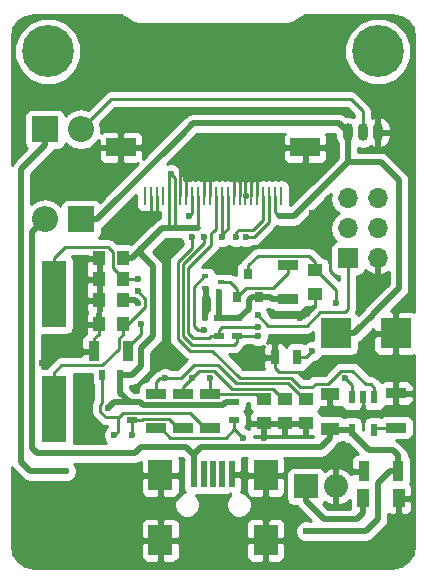
<source format=gtl>
G04 #@! TF.FileFunction,Copper,L1,Top,Signal*
%FSLAX46Y46*%
G04 Gerber Fmt 4.6, Leading zero omitted, Abs format (unit mm)*
G04 Created by KiCad (PCBNEW 4.0.7) date Thu Jul 12 22:31:34 2018*
%MOMM*%
%LPD*%
G01*
G04 APERTURE LIST*
%ADD10C,0.100000*%
%ADD11R,1.000000X1.600000*%
%ADD12R,2.100580X5.600700*%
%ADD13R,1.600000X1.000000*%
%ADD14R,1.000000X1.250000*%
%ADD15R,1.250000X1.000000*%
%ADD16R,2.550000X2.500000*%
%ADD17R,2.200000X2.200000*%
%ADD18O,2.200000X2.200000*%
%ADD19R,0.600000X1.100000*%
%ADD20R,0.500000X2.300000*%
%ADD21R,2.000000X2.500000*%
%ADD22R,1.700000X1.700000*%
%ADD23O,1.700000X1.700000*%
%ADD24R,0.800000X0.900000*%
%ADD25R,1.700000X0.900000*%
%ADD26R,0.900000X1.700000*%
%ADD27R,0.900000X0.500000*%
%ADD28R,0.500000X0.900000*%
%ADD29O,0.899160X1.501140*%
%ADD30R,2.500000X1.500000*%
%ADD31R,0.250000X1.500000*%
%ADD32R,2.032000X2.032000*%
%ADD33O,2.032000X2.032000*%
%ADD34R,0.508000X0.356000*%
%ADD35R,0.700000X1.300000*%
%ADD36C,4.400000*%
%ADD37C,0.700000*%
%ADD38C,0.600000*%
%ADD39C,0.500000*%
%ADD40C,0.250000*%
%ADD41C,0.550000*%
%ADD42C,0.254000*%
G04 APERTURE END LIST*
D10*
D11*
X152424000Y-117856000D03*
X155424000Y-117856000D03*
D12*
X126238000Y-100561140D03*
X126238000Y-110258860D03*
D13*
X149606000Y-111990000D03*
X149606000Y-108990000D03*
D14*
X132064000Y-97536000D03*
X130064000Y-97536000D03*
X132064000Y-101092000D03*
X130064000Y-101092000D03*
D15*
X148336000Y-98568000D03*
X148336000Y-100568000D03*
D16*
X150129000Y-103886000D03*
X155179000Y-103886000D03*
D14*
X132048000Y-103124000D03*
X130048000Y-103124000D03*
X132064000Y-99314000D03*
X130064000Y-99314000D03*
D15*
X144018000Y-109490000D03*
X144018000Y-111490000D03*
X145796000Y-109490000D03*
X145796000Y-111490000D03*
X147574000Y-109490000D03*
X147574000Y-111490000D03*
D17*
X128524000Y-94234000D03*
D18*
X128524000Y-86614000D03*
D17*
X125476000Y-86614000D03*
D18*
X125476000Y-94234000D03*
D19*
X153350000Y-112094000D03*
X153350000Y-109294000D03*
X152400000Y-109294000D03*
X151450000Y-109294000D03*
X151450000Y-112094000D03*
D20*
X138100000Y-115818000D03*
X138900000Y-115818000D03*
X139700000Y-115818000D03*
X140500000Y-115818000D03*
X141300000Y-115818000D03*
D21*
X135250000Y-115918000D03*
X135250000Y-121418000D03*
X144150000Y-115918000D03*
X144150000Y-121418000D03*
D22*
X151130000Y-97536000D03*
D23*
X153670000Y-97536000D03*
X151130000Y-94996000D03*
X153670000Y-94996000D03*
X151130000Y-92456000D03*
X153670000Y-92456000D03*
D24*
X141732000Y-100838000D03*
X143632000Y-100838000D03*
X142682000Y-98838000D03*
D25*
X155194000Y-111866000D03*
X155194000Y-108966000D03*
D26*
X155374000Y-115570000D03*
X152474000Y-115570000D03*
D25*
X146050000Y-101018000D03*
X146050000Y-98118000D03*
D27*
X141732000Y-102628000D03*
X141732000Y-104128000D03*
X140208000Y-102628000D03*
X140208000Y-104128000D03*
D26*
X132514000Y-105410000D03*
X129614000Y-105410000D03*
D28*
X131814000Y-107442000D03*
X130314000Y-107442000D03*
D27*
X132842000Y-109740000D03*
X132842000Y-111240000D03*
X141478000Y-109740000D03*
X141478000Y-111240000D03*
D25*
X139446000Y-109040000D03*
X139446000Y-111940000D03*
X137160000Y-109040000D03*
X137160000Y-111940000D03*
X134874000Y-109040000D03*
X134874000Y-111940000D03*
D29*
X152400000Y-86868000D03*
X153670000Y-86868000D03*
X151130000Y-86868000D03*
D30*
X147500000Y-88150000D03*
X131900000Y-88150000D03*
D31*
X145450000Y-92250000D03*
X144950000Y-92250000D03*
X144450000Y-92250000D03*
X143950000Y-92250000D03*
X143450000Y-92250000D03*
X142950000Y-92250000D03*
X142450000Y-92250000D03*
X141950000Y-92250000D03*
X141450000Y-92250000D03*
X140950000Y-92250000D03*
X140450000Y-92250000D03*
X139950000Y-92250000D03*
X139450000Y-92250000D03*
X138950000Y-92250000D03*
X138450000Y-92250000D03*
X137950000Y-92250000D03*
X137450000Y-92250000D03*
X136950000Y-92250000D03*
X136450000Y-92250000D03*
X135950000Y-92250000D03*
X135450000Y-92250000D03*
X134950000Y-92250000D03*
X134450000Y-92250000D03*
X133950000Y-92250000D03*
D32*
X147574000Y-116840000D03*
D33*
X150114000Y-116840000D03*
D34*
X140348000Y-99568000D03*
X139053000Y-99068000D03*
X139053000Y-100068000D03*
D35*
X146812000Y-105918000D03*
X144912000Y-105918000D03*
D36*
X125730000Y-80010000D03*
D37*
X127380000Y-80010000D03*
X126896726Y-81176726D03*
X125730000Y-81660000D03*
X124563274Y-81176726D03*
X124080000Y-80010000D03*
X124563274Y-78843274D03*
X125730000Y-78360000D03*
X126896726Y-78843274D03*
D36*
X153670000Y-80010000D03*
D37*
X155320000Y-80010000D03*
X154836726Y-81176726D03*
X153670000Y-81660000D03*
X152503274Y-81176726D03*
X152020000Y-80010000D03*
X152503274Y-78843274D03*
X153670000Y-78360000D03*
X154836726Y-78843274D03*
D38*
X133604000Y-96774000D03*
X140208000Y-100400000D03*
X133350000Y-101346000D03*
X136144000Y-90424000D03*
X130810000Y-110236000D03*
X146812000Y-90678000D03*
X131064000Y-90932000D03*
X125222000Y-106426000D03*
X145034000Y-119034000D03*
X139700000Y-121412000D03*
X131064000Y-115824000D03*
X128524000Y-109510000D03*
X148590000Y-96520000D03*
X148082000Y-93726000D03*
X135636000Y-106172000D03*
X152654000Y-101092000D03*
X131064000Y-94742000D03*
X125730000Y-121158000D03*
X135636000Y-119380000D03*
X128524000Y-121158000D03*
X147066000Y-102616000D03*
X152654000Y-104902000D03*
X144018000Y-112776000D03*
X149606000Y-110490000D03*
X139192000Y-101600000D03*
X147574000Y-120650000D03*
X127254000Y-115570000D03*
X150876000Y-107696000D03*
X142494000Y-95758000D03*
X133350000Y-100330000D03*
X133350000Y-99314000D03*
X139446000Y-107696000D03*
X137922000Y-107696000D03*
X135636000Y-107696000D03*
X143510000Y-102362000D03*
X140462000Y-95758000D03*
X138938000Y-95758000D03*
X143510000Y-104140000D03*
X143510000Y-103329997D03*
X131318000Y-112522000D03*
X132842000Y-112522000D03*
X142240000Y-112776000D03*
X141683997Y-95758000D03*
X137922000Y-95758000D03*
X133604000Y-103124000D03*
X138938000Y-103632000D03*
X137668000Y-93980000D03*
X150114000Y-101346000D03*
X148082000Y-105410000D03*
D39*
X132814000Y-97536000D02*
X133830000Y-96520000D01*
X133830000Y-96520000D02*
X134973001Y-95376999D01*
D40*
X133604000Y-96774000D02*
X133830000Y-96548000D01*
X133830000Y-96548000D02*
X133830000Y-96520000D01*
D39*
X132842000Y-107442000D02*
X131814000Y-107442000D01*
X133604000Y-96774000D02*
X133604000Y-97198264D01*
X133604000Y-97198264D02*
X134620000Y-98214264D01*
X134620000Y-98214264D02*
X134620000Y-104140000D01*
X133604000Y-105156000D02*
X133604000Y-106680000D01*
X134620000Y-104140000D02*
X133604000Y-105156000D01*
X133604000Y-106680000D02*
X132842000Y-107442000D01*
X140208000Y-101092000D02*
X140208000Y-100400000D01*
D41*
X132064000Y-101092000D02*
X133096000Y-101092000D01*
X133096000Y-101092000D02*
X133350000Y-101346000D01*
D39*
X136652000Y-94996000D02*
X138430000Y-94996000D01*
D40*
X138430000Y-94996000D02*
X138450000Y-94976000D01*
D39*
X142748000Y-101072000D02*
X142748000Y-101812000D01*
X142748000Y-101812000D02*
X141932000Y-102628000D01*
D40*
X141932000Y-102628000D02*
X141732000Y-102628000D01*
D39*
X143632000Y-100838000D02*
X142982000Y-100838000D01*
X142982000Y-100838000D02*
X142748000Y-101072000D01*
D40*
X136450000Y-92250000D02*
X136450000Y-90730000D01*
X136450000Y-90730000D02*
X136144000Y-90424000D01*
X135950000Y-92250000D02*
X135950000Y-90618000D01*
X135950000Y-90618000D02*
X136144000Y-90424000D01*
D39*
X136144000Y-94996000D02*
X135636000Y-94996000D01*
D40*
X135950000Y-94682000D02*
X135636000Y-94996000D01*
D39*
X135636000Y-94996000D02*
X135382000Y-94996000D01*
D40*
X135950000Y-92250000D02*
X135950000Y-94682000D01*
D39*
X136652000Y-94996000D02*
X136144000Y-94996000D01*
D40*
X136450000Y-92250000D02*
X136450000Y-94690000D01*
X136450000Y-94690000D02*
X136144000Y-94996000D01*
X138450000Y-92250000D02*
X138450000Y-94976000D01*
X134973001Y-95376999D02*
X135001001Y-95376999D01*
D39*
X135001001Y-95376999D02*
X135382000Y-94996000D01*
X132842000Y-109740000D02*
X131306000Y-109740000D01*
X131306000Y-109740000D02*
X130810000Y-110236000D01*
X140208000Y-102628000D02*
X140208000Y-101092000D01*
D40*
X132064000Y-97536000D02*
X132064000Y-97411000D01*
D39*
X132064000Y-97536000D02*
X132814000Y-97536000D01*
X133784000Y-109982000D02*
X140536000Y-109982000D01*
X140536000Y-109982000D02*
X140778000Y-109740000D01*
X140778000Y-109740000D02*
X141478000Y-109740000D01*
X132842000Y-109740000D02*
X133542000Y-109740000D01*
X133542000Y-109740000D02*
X133784000Y-109982000D01*
X131814000Y-107442000D02*
X131814000Y-108912000D01*
X131814000Y-108912000D02*
X132642000Y-109740000D01*
D40*
X132642000Y-109740000D02*
X132842000Y-109740000D01*
D39*
X140208000Y-102628000D02*
X141732000Y-102628000D01*
D40*
X140196000Y-102616000D02*
X140208000Y-102628000D01*
D39*
X144706000Y-101018000D02*
X144526000Y-100838000D01*
X144526000Y-100838000D02*
X143632000Y-100838000D01*
X146050000Y-101018000D02*
X144706000Y-101018000D01*
D40*
X147500000Y-88150000D02*
X147500000Y-89990000D01*
X147500000Y-89990000D02*
X146812000Y-90678000D01*
X143002000Y-88150000D02*
X143510000Y-88150000D01*
X143510000Y-88150000D02*
X147500000Y-88150000D01*
X143450000Y-92250000D02*
X143450000Y-88210000D01*
X143450000Y-88210000D02*
X143510000Y-88150000D01*
X142494000Y-88150000D02*
X143002000Y-88150000D01*
X142950000Y-92250000D02*
X142950000Y-88202000D01*
X142950000Y-88202000D02*
X143002000Y-88150000D01*
X141986000Y-88150000D02*
X142494000Y-88150000D01*
X142450000Y-92250000D02*
X142450000Y-88194000D01*
X142450000Y-88194000D02*
X142494000Y-88150000D01*
X141478000Y-88150000D02*
X141986000Y-88150000D01*
X141950000Y-92250000D02*
X141950000Y-88186000D01*
X141950000Y-88186000D02*
X141986000Y-88150000D01*
X139446000Y-88150000D02*
X141478000Y-88150000D01*
X141450000Y-92250000D02*
X141450000Y-88178000D01*
X141450000Y-88178000D02*
X141478000Y-88150000D01*
X138938000Y-88150000D02*
X139446000Y-88150000D01*
X139450000Y-92250000D02*
X139450000Y-88154000D01*
X139450000Y-88154000D02*
X139446000Y-88150000D01*
X137744000Y-88150000D02*
X138938000Y-88150000D01*
X138950000Y-92250000D02*
X138950000Y-88162000D01*
X138950000Y-88162000D02*
X138938000Y-88150000D01*
X136950000Y-88944000D02*
X137414000Y-88480000D01*
X137414000Y-88480000D02*
X137744000Y-88150000D01*
X137450000Y-92250000D02*
X137450000Y-88516000D01*
X137450000Y-88516000D02*
X137414000Y-88480000D01*
X136950000Y-92250000D02*
X136950000Y-88944000D01*
X131064000Y-90932000D02*
X131900000Y-90096000D01*
X131900000Y-90096000D02*
X131900000Y-88150000D01*
X125222000Y-106426000D02*
X126238000Y-105410000D01*
X126238000Y-105410000D02*
X129614000Y-105410000D01*
X144150000Y-121418000D02*
X144150000Y-119918000D01*
X144150000Y-119918000D02*
X145034000Y-119034000D01*
X135250000Y-121418000D02*
X139694000Y-121418000D01*
X139694000Y-121418000D02*
X139700000Y-121412000D01*
X135250000Y-115918000D02*
X131158000Y-115918000D01*
X131158000Y-115918000D02*
X131064000Y-115824000D01*
X148082000Y-93726000D02*
X148590000Y-94234000D01*
X148590000Y-94234000D02*
X148590000Y-96520000D01*
X152654000Y-99754081D02*
X152654000Y-101092000D01*
X153670000Y-97536000D02*
X153670000Y-98738081D01*
X153670000Y-98738081D02*
X152654000Y-99754081D01*
X133858000Y-94996000D02*
X133096000Y-94996000D01*
X133096000Y-94996000D02*
X131318000Y-94996000D01*
X134450000Y-93642000D02*
X133096000Y-94996000D01*
X134450000Y-92250000D02*
X134450000Y-93642000D01*
X131318000Y-94996000D02*
X131064000Y-94742000D01*
X134950000Y-93904000D02*
X133858000Y-94996000D01*
X134950000Y-92250000D02*
X134950000Y-93904000D01*
X135250000Y-121418000D02*
X128784000Y-121418000D01*
X128784000Y-121418000D02*
X128524000Y-121158000D01*
X154940000Y-110236000D02*
X155194000Y-109982000D01*
X155194000Y-109982000D02*
X155194000Y-109666000D01*
X125730000Y-121158000D02*
X128524000Y-121158000D01*
X135636000Y-119380000D02*
X135935999Y-119080001D01*
X135935999Y-119080001D02*
X135935999Y-118572001D01*
X135935999Y-118572001D02*
X137160000Y-117348000D01*
X137160000Y-117348000D02*
X137160000Y-116078000D01*
X137160000Y-116078000D02*
X137000000Y-115918000D01*
X137000000Y-115918000D02*
X135250000Y-115918000D01*
X135250000Y-121418000D02*
X135250000Y-119766000D01*
X135250000Y-119766000D02*
X135636000Y-119380000D01*
X144912000Y-105918000D02*
X144912000Y-106818000D01*
X144912000Y-106818000D02*
X145282000Y-107188000D01*
X152400000Y-105918000D02*
X152654000Y-105664000D01*
X145282000Y-107188000D02*
X148590000Y-107188000D01*
X148590000Y-107188000D02*
X149860000Y-105918000D01*
X149860000Y-105918000D02*
X152400000Y-105918000D01*
X152654000Y-105664000D02*
X152654000Y-104902000D01*
X147066000Y-102616000D02*
X147365999Y-102316001D01*
X147365999Y-102316001D02*
X147619999Y-102316001D01*
X147619999Y-102316001D02*
X148336000Y-101600000D01*
X155179000Y-103886000D02*
X153654000Y-103886000D01*
X153654000Y-103886000D02*
X152654000Y-104886000D01*
X152654000Y-104886000D02*
X152654000Y-104902000D01*
X139053000Y-100068000D02*
X139053000Y-101461000D01*
X139053000Y-101461000D02*
X139192000Y-101600000D01*
X144018000Y-111490000D02*
X144018000Y-112776000D01*
X141300000Y-115818000D02*
X144050000Y-115818000D01*
X144050000Y-115818000D02*
X144150000Y-115918000D01*
X130048000Y-103999000D02*
X129925000Y-103999000D01*
X129925000Y-103999000D02*
X129614000Y-104310000D01*
X129614000Y-104310000D02*
X129614000Y-105410000D01*
X130048000Y-103124000D02*
X130048000Y-103999000D01*
X130048000Y-103124000D02*
X130048000Y-101108000D01*
X130048000Y-101108000D02*
X130064000Y-101092000D01*
X155194000Y-109666000D02*
X155194000Y-108966000D01*
X148336000Y-100568000D02*
X148336000Y-101600000D01*
X130064000Y-99314000D02*
X130064000Y-101092000D01*
X130064000Y-97536000D02*
X130064000Y-99314000D01*
X149606000Y-110490000D02*
X149606000Y-108990000D01*
D39*
X154940000Y-113792000D02*
X155374000Y-114226000D01*
X155374000Y-114226000D02*
X155374000Y-115570000D01*
X152898000Y-113792000D02*
X154940000Y-113792000D01*
D40*
X151450000Y-112094000D02*
X151450000Y-112344000D01*
D39*
X151450000Y-112344000D02*
X152898000Y-113792000D01*
X149352000Y-120650000D02*
X147574000Y-120650000D01*
X152654000Y-120650000D02*
X149352000Y-120650000D01*
X152908000Y-120396000D02*
X152654000Y-120650000D01*
X153670000Y-119634000D02*
X152908000Y-120396000D01*
X153670000Y-116574000D02*
X153670000Y-119634000D01*
X155374000Y-115570000D02*
X154674000Y-115570000D01*
X154674000Y-115570000D02*
X153670000Y-116574000D01*
X133096000Y-114046000D02*
X124800002Y-114046000D01*
X124800002Y-114046000D02*
X124376001Y-113621999D01*
X133604000Y-113538000D02*
X133096000Y-114046000D01*
X137414000Y-113538000D02*
X133604000Y-113538000D01*
X137998000Y-114122000D02*
X137414000Y-113538000D01*
D40*
X138100000Y-114122000D02*
X137998000Y-114122000D01*
D39*
X149606000Y-111990000D02*
X149606000Y-112740000D01*
X149606000Y-112740000D02*
X148808000Y-113538000D01*
X148808000Y-113538000D02*
X147758000Y-113538000D01*
X125476000Y-94234000D02*
X124376001Y-95333999D01*
X124376001Y-95333999D02*
X124376001Y-113621999D01*
X138100000Y-115818000D02*
X138100000Y-114122000D01*
X138100000Y-114122000D02*
X138684000Y-113538000D01*
X138684000Y-113538000D02*
X147758000Y-113538000D01*
X151450000Y-112094000D02*
X149710000Y-112094000D01*
D40*
X149710000Y-112094000D02*
X149606000Y-111990000D01*
D39*
X124206000Y-115570000D02*
X127254000Y-115570000D01*
X123444000Y-114808000D02*
X124206000Y-115570000D01*
X123444000Y-89996000D02*
X123444000Y-114808000D01*
X125476000Y-86614000D02*
X125476000Y-87964000D01*
X125476000Y-87964000D02*
X123444000Y-89996000D01*
X152424000Y-117856000D02*
X152424000Y-119102000D01*
X152424000Y-119102000D02*
X151892000Y-119634000D01*
X147574000Y-118106000D02*
X147574000Y-116840000D01*
X151892000Y-119634000D02*
X149102000Y-119634000D01*
X149102000Y-119634000D02*
X147574000Y-118106000D01*
D40*
X151450000Y-109294000D02*
X151450000Y-108270000D01*
X151450000Y-108270000D02*
X150876000Y-107696000D01*
X144450000Y-92250000D02*
X144450000Y-94452552D01*
X144450000Y-94452552D02*
X143144552Y-95758000D01*
X143144552Y-95758000D02*
X142918264Y-95758000D01*
X142918264Y-95758000D02*
X142494000Y-95758000D01*
X132048000Y-103124000D02*
X132511802Y-103124000D01*
X132511802Y-103124000D02*
X133985001Y-101650801D01*
X133985001Y-101650801D02*
X133985001Y-100965001D01*
X133985001Y-100965001D02*
X133350000Y-100330000D01*
X132048000Y-103124000D02*
X132048000Y-103999000D01*
X132048000Y-103999000D02*
X131728999Y-104318001D01*
X131728999Y-104318001D02*
X131728999Y-105198003D01*
X131728999Y-105198003D02*
X130332001Y-106595001D01*
X130332001Y-106595001D02*
X126851509Y-106595001D01*
X126851509Y-106595001D02*
X126238000Y-107208510D01*
X126238000Y-107208510D02*
X126238000Y-110258860D01*
X132048000Y-103249000D02*
X132048000Y-103124000D01*
X132064000Y-99314000D02*
X132064000Y-99189000D01*
X132064000Y-99189000D02*
X131228999Y-98353999D01*
X127172791Y-96575999D02*
X126238000Y-97510790D01*
X131228999Y-98353999D02*
X131228999Y-96972997D01*
X131228999Y-96972997D02*
X130832001Y-96575999D01*
X130832001Y-96575999D02*
X127172791Y-96575999D01*
X126238000Y-97510790D02*
X126238000Y-100561140D01*
X132064000Y-99314000D02*
X133350000Y-99314000D01*
X144018000Y-109490000D02*
X143780000Y-109490000D01*
X143780000Y-109490000D02*
X143330000Y-109040000D01*
X143330000Y-109040000D02*
X142806000Y-109040000D01*
X139446000Y-109040000D02*
X142806000Y-109040000D01*
X139446000Y-107696000D02*
X139446000Y-109040000D01*
X137160000Y-108458000D02*
X137160000Y-109040000D01*
X137922000Y-107696000D02*
X137160000Y-108458000D01*
X145796000Y-109490000D02*
X145671000Y-109490000D01*
X145671000Y-109490000D02*
X144760990Y-108579990D01*
X144760990Y-108579990D02*
X141269792Y-108579990D01*
X141269792Y-108579990D02*
X139750801Y-107060999D01*
X139750801Y-107060999D02*
X138557001Y-107060999D01*
X138557001Y-107060999D02*
X137922000Y-107696000D01*
X134874000Y-108033736D02*
X134874000Y-109040000D01*
X135636000Y-107696000D02*
X135211736Y-107696000D01*
X135211736Y-107696000D02*
X134874000Y-108033736D01*
X135636000Y-107696000D02*
X136982198Y-107696000D01*
X136982198Y-107696000D02*
X138077209Y-106600989D01*
X138077209Y-106600989D02*
X140128989Y-106600989D01*
X140128989Y-106600989D02*
X141647980Y-108119980D01*
X141647980Y-108119980D02*
X146078981Y-108119981D01*
X146078981Y-108119981D02*
X147449000Y-109490000D01*
X147449000Y-109490000D02*
X147574000Y-109490000D01*
X128524000Y-86614000D02*
X131064000Y-84074000D01*
X131064000Y-84074000D02*
X151384000Y-84074000D01*
X151384000Y-84074000D02*
X152400000Y-85090000D01*
X152400000Y-85090000D02*
X152400000Y-86868000D01*
X152400000Y-86567010D02*
X152400000Y-86868000D01*
X155194000Y-111866000D02*
X153578000Y-111866000D01*
X153578000Y-111866000D02*
X153350000Y-112094000D01*
X150876000Y-102108000D02*
X151130000Y-101854000D01*
X151130000Y-101854000D02*
X151130000Y-100838000D01*
X148778998Y-102108000D02*
X150876000Y-102108000D01*
X143510000Y-102362000D02*
X144399001Y-103251001D01*
X144399001Y-103251001D02*
X147635997Y-103251001D01*
X147635997Y-103251001D02*
X148778998Y-102108000D01*
X151130000Y-100838000D02*
X151130000Y-97536000D01*
X141458000Y-104902000D02*
X137922000Y-104902000D01*
X141732000Y-104628000D02*
X141458000Y-104902000D01*
X141732000Y-104128000D02*
X141732000Y-104628000D01*
X137922000Y-104902000D02*
X137160000Y-104140000D01*
X137160000Y-104140000D02*
X137160000Y-98044000D01*
X137160000Y-98044000D02*
X138938000Y-96266000D01*
X138938000Y-96266000D02*
X138938000Y-95928264D01*
X138938000Y-95928264D02*
X138938000Y-95758000D01*
X140462000Y-95758000D02*
X140462000Y-95504000D01*
X140462000Y-95504000D02*
X140450000Y-95492000D01*
X140950000Y-92250000D02*
X140950000Y-95016000D01*
X140950000Y-95016000D02*
X140462000Y-95504000D01*
X140450000Y-92250000D02*
X140450000Y-95492000D01*
X143510000Y-104140000D02*
X141744000Y-104140000D01*
X141744000Y-104140000D02*
X141732000Y-104128000D01*
X139950000Y-92250000D02*
X139950000Y-95076198D01*
X139950000Y-95076198D02*
X139826999Y-95199199D01*
X139826999Y-95199199D02*
X139750801Y-95199199D01*
X139750801Y-95199199D02*
X139573001Y-95376999D01*
X139573001Y-95376999D02*
X139573001Y-96392999D01*
X139573001Y-96392999D02*
X137620010Y-98345990D01*
X138049001Y-104267001D02*
X139368999Y-104267001D01*
X137620010Y-98345990D02*
X137620010Y-103838010D01*
X137620010Y-103838010D02*
X138049001Y-104267001D01*
X139368999Y-104267001D02*
X139508000Y-104128000D01*
X139508000Y-104128000D02*
X140208000Y-104128000D01*
X143510000Y-103329997D02*
X140506003Y-103329997D01*
X140506003Y-103329997D02*
X140208000Y-103628000D01*
X140208000Y-103628000D02*
X140208000Y-104128000D01*
X131318000Y-112522000D02*
X131617999Y-112222001D01*
X131617999Y-112222001D02*
X131617999Y-111160999D01*
X131617999Y-111160999D02*
X131780998Y-110998000D01*
X130314000Y-107442000D02*
X130314000Y-109792198D01*
X130314000Y-109792198D02*
X130174999Y-109931199D01*
X130174999Y-109931199D02*
X130174999Y-110540801D01*
X130174999Y-110540801D02*
X130632198Y-110998000D01*
X130632198Y-110998000D02*
X131780998Y-110998000D01*
X131780998Y-110998000D02*
X132123999Y-110654999D01*
X132123999Y-110654999D02*
X137760999Y-110654999D01*
X137760999Y-110654999D02*
X139046000Y-111940000D01*
X139046000Y-111940000D02*
X139446000Y-111940000D01*
X132842000Y-112522000D02*
X132842000Y-111240000D01*
X132842000Y-111240000D02*
X133670998Y-111240000D01*
X136760000Y-111940000D02*
X137160000Y-111940000D01*
X133670998Y-111240000D02*
X133755999Y-111154999D01*
X133755999Y-111154999D02*
X135974999Y-111154999D01*
X135974999Y-111154999D02*
X136760000Y-111940000D01*
X134874000Y-111940000D02*
X135274000Y-111940000D01*
X135274000Y-111940000D02*
X136059001Y-112725001D01*
X136059001Y-112725001D02*
X140766999Y-112725001D01*
X140766999Y-112725001D02*
X141478000Y-112014000D01*
X141478000Y-111240000D02*
X141478000Y-112014000D01*
X141478000Y-112014000D02*
X142240000Y-112776000D01*
D39*
X151892000Y-103648000D02*
X153239001Y-102300999D01*
D40*
X153239001Y-102300999D02*
X153239001Y-102284999D01*
D39*
X153239001Y-102284999D02*
X155448000Y-100076000D01*
X155448000Y-100076000D02*
X155448000Y-90932000D01*
X155448000Y-90932000D02*
X153908570Y-89392570D01*
X153908570Y-89392570D02*
X151130000Y-89392570D01*
X146050000Y-93980000D02*
X146542570Y-93980000D01*
X146542570Y-93980000D02*
X148844000Y-91678570D01*
X146050000Y-93980000D02*
X145288000Y-93980000D01*
D40*
X145288000Y-93980000D02*
X144950000Y-93642000D01*
X144950000Y-93642000D02*
X144950000Y-92250000D01*
D39*
X149844570Y-86106000D02*
X138002000Y-86106000D01*
X151892000Y-103648000D02*
X151654000Y-103886000D01*
X151654000Y-103886000D02*
X150129000Y-103886000D01*
X151130000Y-89392570D02*
X151130000Y-86868000D01*
X150368000Y-86106000D02*
X151130000Y-86868000D01*
X149844570Y-86106000D02*
X150368000Y-86106000D01*
X138002000Y-86106000D02*
X137043001Y-87064999D01*
X128524000Y-94234000D02*
X129874000Y-94234000D01*
X129874000Y-94234000D02*
X137043001Y-87064999D01*
X148844000Y-91678570D02*
X149944999Y-90577571D01*
X149944999Y-90577571D02*
X151130000Y-89392570D01*
D40*
X143950000Y-92250000D02*
X143950000Y-94302000D01*
X143950000Y-94302000D02*
X143129001Y-95122999D01*
X143129001Y-95122999D02*
X141894734Y-95122999D01*
X141894734Y-95122999D02*
X141683997Y-95333736D01*
X141683997Y-95333736D02*
X141683997Y-95758000D01*
X152654000Y-108204000D02*
X153060000Y-108204000D01*
X148082000Y-108458000D02*
X148385001Y-108154999D01*
X137922000Y-95758000D02*
X137922000Y-96631448D01*
X146269524Y-107659972D02*
X147067552Y-108458000D01*
X137922000Y-96631448D02*
X136699990Y-97853458D01*
X147067552Y-108458000D02*
X148082000Y-108458000D01*
X141949971Y-107659971D02*
X146269524Y-107659972D01*
X136699990Y-97853458D02*
X136699991Y-104330543D01*
X136699991Y-104330543D02*
X137731458Y-105362010D01*
X153060000Y-108204000D02*
X153350000Y-108494000D01*
X137731458Y-105362010D02*
X139652010Y-105362010D01*
X151510999Y-107060999D02*
X152654000Y-108204000D01*
X139652010Y-105362010D02*
X141949971Y-107659971D01*
X148385001Y-108154999D02*
X149477199Y-108154999D01*
X149477199Y-108154999D02*
X150571199Y-107060999D01*
X150571199Y-107060999D02*
X151510999Y-107060999D01*
X153350000Y-108494000D02*
X153350000Y-109294000D01*
X132514000Y-105410000D02*
X132514000Y-105010000D01*
X132514000Y-105010000D02*
X133604000Y-103920000D01*
X133604000Y-103920000D02*
X133604000Y-103124000D01*
X139053000Y-99068000D02*
X138977000Y-99068000D01*
X138977000Y-99068000D02*
X138080020Y-99964980D01*
X138080020Y-99964980D02*
X138080020Y-103282020D01*
X138080020Y-103282020D02*
X138430000Y-103632000D01*
X138430000Y-103632000D02*
X138938000Y-103632000D01*
X137950000Y-92250000D02*
X137950000Y-93698000D01*
X137950000Y-93698000D02*
X137668000Y-93980000D01*
X150114000Y-101346000D02*
X150114000Y-100221000D01*
X150114000Y-100221000D02*
X148461000Y-98568000D01*
X148461000Y-98568000D02*
X148336000Y-98568000D01*
X142682000Y-98838000D02*
X142682000Y-98138000D01*
X143487001Y-97332999D02*
X147850999Y-97332999D01*
X142682000Y-98138000D02*
X143487001Y-97332999D01*
X147850999Y-97332999D02*
X148336000Y-97818000D01*
X148336000Y-97818000D02*
X148336000Y-98568000D01*
X142682000Y-98788000D02*
X142682000Y-98838000D01*
X140348000Y-99568000D02*
X141162000Y-99568000D01*
X141162000Y-99568000D02*
X141732000Y-100138000D01*
X141732000Y-100138000D02*
X141732000Y-100838000D01*
X146050000Y-98118000D02*
X146050000Y-98818000D01*
X146050000Y-98818000D02*
X144815001Y-100052999D01*
X144815001Y-100052999D02*
X142467001Y-100052999D01*
X142467001Y-100052999D02*
X141732000Y-100788000D01*
X141732000Y-100788000D02*
X141732000Y-100838000D01*
X146812000Y-105918000D02*
X147574000Y-105918000D01*
X147574000Y-105918000D02*
X148082000Y-105410000D01*
X147066000Y-106172000D02*
X146812000Y-105918000D01*
D42*
G36*
X132971846Y-77592257D02*
X133023291Y-77610691D01*
X133068728Y-77641051D01*
X133157047Y-77658619D01*
X133241820Y-77688995D01*
X133296402Y-77686339D01*
X133350000Y-77697000D01*
X146050000Y-77697000D01*
X146103598Y-77686339D01*
X146158180Y-77688995D01*
X146242953Y-77658619D01*
X146331272Y-77641051D01*
X146376709Y-77610691D01*
X146428154Y-77592257D01*
X147523583Y-76935000D01*
X154867610Y-76935000D01*
X155625233Y-77085701D01*
X156206146Y-77473854D01*
X156594300Y-78054768D01*
X156745000Y-78812390D01*
X156745000Y-102069217D01*
X156580309Y-102001000D01*
X155464750Y-102001000D01*
X155306000Y-102159750D01*
X155306000Y-103759000D01*
X155326000Y-103759000D01*
X155326000Y-104013000D01*
X155306000Y-104013000D01*
X155306000Y-105612250D01*
X155464750Y-105771000D01*
X156580309Y-105771000D01*
X156745000Y-105702783D01*
X156745000Y-121847610D01*
X156594300Y-122605232D01*
X156206146Y-123186146D01*
X155625233Y-123574299D01*
X154867610Y-123725000D01*
X124532390Y-123725000D01*
X123774768Y-123574300D01*
X123193854Y-123186146D01*
X122805701Y-122605233D01*
X122655000Y-121847610D01*
X122655000Y-121703750D01*
X133615000Y-121703750D01*
X133615000Y-122794309D01*
X133711673Y-123027698D01*
X133890301Y-123206327D01*
X134123690Y-123303000D01*
X134964250Y-123303000D01*
X135123000Y-123144250D01*
X135123000Y-121545000D01*
X135377000Y-121545000D01*
X135377000Y-123144250D01*
X135535750Y-123303000D01*
X136376310Y-123303000D01*
X136609699Y-123206327D01*
X136788327Y-123027698D01*
X136885000Y-122794309D01*
X136885000Y-121703750D01*
X142515000Y-121703750D01*
X142515000Y-122794309D01*
X142611673Y-123027698D01*
X142790301Y-123206327D01*
X143023690Y-123303000D01*
X143864250Y-123303000D01*
X144023000Y-123144250D01*
X144023000Y-121545000D01*
X144277000Y-121545000D01*
X144277000Y-123144250D01*
X144435750Y-123303000D01*
X145276310Y-123303000D01*
X145509699Y-123206327D01*
X145688327Y-123027698D01*
X145785000Y-122794309D01*
X145785000Y-121703750D01*
X145626250Y-121545000D01*
X144277000Y-121545000D01*
X144023000Y-121545000D01*
X142673750Y-121545000D01*
X142515000Y-121703750D01*
X136885000Y-121703750D01*
X136726250Y-121545000D01*
X135377000Y-121545000D01*
X135123000Y-121545000D01*
X133773750Y-121545000D01*
X133615000Y-121703750D01*
X122655000Y-121703750D01*
X122655000Y-120041691D01*
X133615000Y-120041691D01*
X133615000Y-121132250D01*
X133773750Y-121291000D01*
X135123000Y-121291000D01*
X135123000Y-119691750D01*
X135377000Y-119691750D01*
X135377000Y-121291000D01*
X136726250Y-121291000D01*
X136885000Y-121132250D01*
X136885000Y-120041691D01*
X142515000Y-120041691D01*
X142515000Y-121132250D01*
X142673750Y-121291000D01*
X144023000Y-121291000D01*
X144023000Y-119691750D01*
X144277000Y-119691750D01*
X144277000Y-121291000D01*
X145626250Y-121291000D01*
X145785000Y-121132250D01*
X145785000Y-120041691D01*
X145688327Y-119808302D01*
X145509699Y-119629673D01*
X145276310Y-119533000D01*
X144435750Y-119533000D01*
X144277000Y-119691750D01*
X144023000Y-119691750D01*
X143864250Y-119533000D01*
X143023690Y-119533000D01*
X142790301Y-119629673D01*
X142611673Y-119808302D01*
X142515000Y-120041691D01*
X136885000Y-120041691D01*
X136788327Y-119808302D01*
X136609699Y-119629673D01*
X136376310Y-119533000D01*
X135535750Y-119533000D01*
X135377000Y-119691750D01*
X135123000Y-119691750D01*
X134964250Y-119533000D01*
X134123690Y-119533000D01*
X133890301Y-119629673D01*
X133711673Y-119808302D01*
X133615000Y-120041691D01*
X122655000Y-120041691D01*
X122655000Y-115189528D01*
X122718291Y-115284250D01*
X122818210Y-115433790D01*
X123580208Y-116195787D01*
X123580210Y-116195790D01*
X123867325Y-116387633D01*
X123923516Y-116398810D01*
X124206000Y-116455001D01*
X124206005Y-116455000D01*
X126947178Y-116455000D01*
X127067201Y-116504838D01*
X127439167Y-116505162D01*
X127782943Y-116363117D01*
X127942588Y-116203750D01*
X133615000Y-116203750D01*
X133615000Y-117294309D01*
X133711673Y-117527698D01*
X133890301Y-117706327D01*
X134123690Y-117803000D01*
X134964250Y-117803000D01*
X135123000Y-117644250D01*
X135123000Y-116045000D01*
X135377000Y-116045000D01*
X135377000Y-117644250D01*
X135535750Y-117803000D01*
X136376310Y-117803000D01*
X136609699Y-117706327D01*
X136788327Y-117527698D01*
X136885000Y-117294309D01*
X136885000Y-116203750D01*
X136726250Y-116045000D01*
X135377000Y-116045000D01*
X135123000Y-116045000D01*
X133773750Y-116045000D01*
X133615000Y-116203750D01*
X127942588Y-116203750D01*
X128046192Y-116100327D01*
X128188838Y-115756799D01*
X128189162Y-115384833D01*
X128047117Y-115041057D01*
X127937252Y-114931000D01*
X133095995Y-114931000D01*
X133096000Y-114931001D01*
X133378484Y-114874810D01*
X133434675Y-114863633D01*
X133615000Y-114743144D01*
X133615000Y-115632250D01*
X133773750Y-115791000D01*
X135123000Y-115791000D01*
X135123000Y-115771000D01*
X135377000Y-115771000D01*
X135377000Y-115791000D01*
X136726250Y-115791000D01*
X136885000Y-115632250D01*
X136885000Y-114541691D01*
X136835837Y-114423000D01*
X137047420Y-114423000D01*
X137215000Y-114590579D01*
X137215000Y-114606569D01*
X137202560Y-114668000D01*
X137202560Y-116968000D01*
X137246838Y-117203317D01*
X137330191Y-117332851D01*
X137285127Y-117332812D01*
X136886200Y-117497646D01*
X136580718Y-117802595D01*
X136415189Y-118201233D01*
X136414812Y-118632873D01*
X136579646Y-119031800D01*
X136884595Y-119337282D01*
X137283233Y-119502811D01*
X137714873Y-119503188D01*
X138113800Y-119338354D01*
X138419282Y-119033405D01*
X138584811Y-118634767D01*
X138585188Y-118203127D01*
X138420354Y-117804200D01*
X138231923Y-117615440D01*
X138350000Y-117615440D01*
X138505507Y-117586179D01*
X138650000Y-117615440D01*
X139150000Y-117615440D01*
X139305507Y-117586179D01*
X139450000Y-117615440D01*
X139950000Y-117615440D01*
X140105507Y-117586179D01*
X140250000Y-117615440D01*
X140750000Y-117615440D01*
X140890086Y-117589081D01*
X140923690Y-117603000D01*
X141016250Y-117603000D01*
X141161384Y-117457866D01*
X141172998Y-117450393D01*
X141172998Y-117603000D01*
X141180662Y-117603000D01*
X140980718Y-117802595D01*
X140815189Y-118201233D01*
X140814812Y-118632873D01*
X140979646Y-119031800D01*
X141284595Y-119337282D01*
X141683233Y-119502811D01*
X142114873Y-119503188D01*
X142513800Y-119338354D01*
X142819282Y-119033405D01*
X142984811Y-118634767D01*
X142985188Y-118203127D01*
X142820354Y-117804200D01*
X142515405Y-117498718D01*
X142116767Y-117333189D01*
X142082866Y-117333159D01*
X142088327Y-117327698D01*
X142185000Y-117094309D01*
X142185000Y-116203750D01*
X142515000Y-116203750D01*
X142515000Y-117294309D01*
X142611673Y-117527698D01*
X142790301Y-117706327D01*
X143023690Y-117803000D01*
X143864250Y-117803000D01*
X144023000Y-117644250D01*
X144023000Y-116045000D01*
X144277000Y-116045000D01*
X144277000Y-117644250D01*
X144435750Y-117803000D01*
X145276310Y-117803000D01*
X145509699Y-117706327D01*
X145688327Y-117527698D01*
X145785000Y-117294309D01*
X145785000Y-116203750D01*
X145626250Y-116045000D01*
X144277000Y-116045000D01*
X144023000Y-116045000D01*
X142673750Y-116045000D01*
X142515000Y-116203750D01*
X142185000Y-116203750D01*
X142185000Y-116103750D01*
X142026250Y-115945000D01*
X141425000Y-115945000D01*
X141425000Y-115965000D01*
X141397440Y-115965000D01*
X141397440Y-115671000D01*
X141425000Y-115671000D01*
X141425000Y-115691000D01*
X142026250Y-115691000D01*
X142185000Y-115532250D01*
X142185000Y-114541691D01*
X142135837Y-114423000D01*
X142564163Y-114423000D01*
X142515000Y-114541691D01*
X142515000Y-115632250D01*
X142673750Y-115791000D01*
X144023000Y-115791000D01*
X144023000Y-115771000D01*
X144277000Y-115771000D01*
X144277000Y-115791000D01*
X145626250Y-115791000D01*
X145785000Y-115632250D01*
X145785000Y-114541691D01*
X145735837Y-114423000D01*
X148807995Y-114423000D01*
X148808000Y-114423001D01*
X149090484Y-114366810D01*
X149146675Y-114355633D01*
X149433790Y-114163790D01*
X149433791Y-114163789D01*
X150231787Y-113365792D01*
X150231790Y-113365790D01*
X150384368Y-113137440D01*
X150406000Y-113137440D01*
X150641317Y-113093162D01*
X150671815Y-113073537D01*
X150685910Y-113095441D01*
X150898110Y-113240431D01*
X151144809Y-113290389D01*
X151939421Y-114085000D01*
X151897691Y-114085000D01*
X151664302Y-114181673D01*
X151485673Y-114360301D01*
X151389000Y-114593690D01*
X151389000Y-115284250D01*
X151547750Y-115443000D01*
X152347000Y-115443000D01*
X152347000Y-115423000D01*
X152601000Y-115423000D01*
X152601000Y-115443000D01*
X152621000Y-115443000D01*
X152621000Y-115697000D01*
X152601000Y-115697000D01*
X152601000Y-115717000D01*
X152347000Y-115717000D01*
X152347000Y-115697000D01*
X151547750Y-115697000D01*
X151410685Y-115834065D01*
X150978818Y-115433615D01*
X150496944Y-115234025D01*
X150241000Y-115353164D01*
X150241000Y-116713000D01*
X150261000Y-116713000D01*
X150261000Y-116967000D01*
X150241000Y-116967000D01*
X150241000Y-118326836D01*
X150496944Y-118445975D01*
X150978818Y-118246385D01*
X151276560Y-117970303D01*
X151276560Y-118656000D01*
X151294059Y-118749000D01*
X149468579Y-118749000D01*
X149040363Y-118320784D01*
X149041441Y-118320090D01*
X149152840Y-118157052D01*
X149249182Y-118246385D01*
X149731056Y-118445975D01*
X149987000Y-118326836D01*
X149987000Y-116967000D01*
X149967000Y-116967000D01*
X149967000Y-116713000D01*
X149987000Y-116713000D01*
X149987000Y-115353164D01*
X149731056Y-115234025D01*
X149249182Y-115433615D01*
X149151602Y-115524097D01*
X149054090Y-115372559D01*
X148841890Y-115227569D01*
X148590000Y-115176560D01*
X146558000Y-115176560D01*
X146322683Y-115220838D01*
X146106559Y-115359910D01*
X145961569Y-115572110D01*
X145910560Y-115824000D01*
X145910560Y-117856000D01*
X145954838Y-118091317D01*
X146093910Y-118307441D01*
X146306110Y-118452431D01*
X146558000Y-118503440D01*
X146795632Y-118503440D01*
X146882116Y-118632873D01*
X146948210Y-118731790D01*
X147981421Y-119765000D01*
X147880822Y-119765000D01*
X147760799Y-119715162D01*
X147388833Y-119714838D01*
X147045057Y-119856883D01*
X146781808Y-120119673D01*
X146639162Y-120463201D01*
X146638838Y-120835167D01*
X146780883Y-121178943D01*
X147043673Y-121442192D01*
X147387201Y-121584838D01*
X147759167Y-121585162D01*
X147880569Y-121535000D01*
X152653995Y-121535000D01*
X152654000Y-121535001D01*
X152936484Y-121478810D01*
X152992675Y-121467633D01*
X153279790Y-121275790D01*
X153533787Y-121021792D01*
X153533790Y-121021790D01*
X154295787Y-120259792D01*
X154295790Y-120259790D01*
X154487633Y-119972675D01*
X154527906Y-119770211D01*
X154555001Y-119634000D01*
X154555000Y-119633995D01*
X154555000Y-119185025D01*
X154564302Y-119194327D01*
X154797691Y-119291000D01*
X155138250Y-119291000D01*
X155297000Y-119132250D01*
X155297000Y-117983000D01*
X155551000Y-117983000D01*
X155551000Y-119132250D01*
X155709750Y-119291000D01*
X156050309Y-119291000D01*
X156283698Y-119194327D01*
X156462327Y-119015699D01*
X156559000Y-118782310D01*
X156559000Y-118141750D01*
X156400250Y-117983000D01*
X155551000Y-117983000D01*
X155297000Y-117983000D01*
X155277000Y-117983000D01*
X155277000Y-117729000D01*
X155297000Y-117729000D01*
X155297000Y-117709000D01*
X155551000Y-117709000D01*
X155551000Y-117729000D01*
X156400250Y-117729000D01*
X156559000Y-117570250D01*
X156559000Y-116929690D01*
X156462327Y-116696301D01*
X156423375Y-116657350D01*
X156471440Y-116420000D01*
X156471440Y-114720000D01*
X156427162Y-114484683D01*
X156288090Y-114268559D01*
X156259000Y-114248683D01*
X156259000Y-114226005D01*
X156259001Y-114226000D01*
X156191633Y-113887326D01*
X156191633Y-113887325D01*
X155999790Y-113600210D01*
X155999787Y-113600208D01*
X155565790Y-113166210D01*
X155522732Y-113137440D01*
X155278675Y-112974367D01*
X155223742Y-112963440D01*
X156044000Y-112963440D01*
X156279317Y-112919162D01*
X156495441Y-112780090D01*
X156640431Y-112567890D01*
X156691440Y-112316000D01*
X156691440Y-111416000D01*
X156647162Y-111180683D01*
X156508090Y-110964559D01*
X156295890Y-110819569D01*
X156044000Y-110768560D01*
X154344000Y-110768560D01*
X154108683Y-110812838D01*
X153899924Y-110947171D01*
X153650000Y-110896560D01*
X153050000Y-110896560D01*
X152814683Y-110940838D01*
X152598559Y-111079910D01*
X152453569Y-111292110D01*
X152402560Y-111544000D01*
X152402560Y-112044980D01*
X152397440Y-112039860D01*
X152397440Y-111544000D01*
X152353162Y-111308683D01*
X152214090Y-111092559D01*
X152001890Y-110947569D01*
X151750000Y-110896560D01*
X151150000Y-110896560D01*
X150914683Y-110940838D01*
X150818064Y-111003011D01*
X150657890Y-110893569D01*
X150406000Y-110842560D01*
X148825247Y-110842560D01*
X148737327Y-110630302D01*
X148596090Y-110489064D01*
X148650441Y-110454090D01*
X148795431Y-110241890D01*
X148819102Y-110125000D01*
X149320250Y-110125000D01*
X149479000Y-109966250D01*
X149479000Y-109117000D01*
X149459000Y-109117000D01*
X149459000Y-108914999D01*
X149477199Y-108914999D01*
X149738613Y-108863000D01*
X149753000Y-108863000D01*
X149753000Y-109117000D01*
X149733000Y-109117000D01*
X149733000Y-109966250D01*
X149891750Y-110125000D01*
X150532310Y-110125000D01*
X150566990Y-110110635D01*
X150685910Y-110295441D01*
X150898110Y-110440431D01*
X151150000Y-110491440D01*
X151750000Y-110491440D01*
X151924469Y-110458611D01*
X151973691Y-110479000D01*
X152114250Y-110479000D01*
X152273000Y-110320250D01*
X152273000Y-110203360D01*
X152346431Y-110095890D01*
X152397440Y-109844000D01*
X152397440Y-109147000D01*
X152402560Y-109147000D01*
X152402560Y-109844000D01*
X152446838Y-110079317D01*
X152527000Y-110203892D01*
X152527000Y-110320250D01*
X152685750Y-110479000D01*
X152826309Y-110479000D01*
X152879589Y-110456931D01*
X153050000Y-110491440D01*
X153650000Y-110491440D01*
X153885317Y-110447162D01*
X154101441Y-110308090D01*
X154246431Y-110095890D01*
X154255521Y-110051000D01*
X154908250Y-110051000D01*
X155067000Y-109892250D01*
X155067000Y-109093000D01*
X155321000Y-109093000D01*
X155321000Y-109892250D01*
X155479750Y-110051000D01*
X156170310Y-110051000D01*
X156403699Y-109954327D01*
X156582327Y-109775698D01*
X156679000Y-109542309D01*
X156679000Y-109251750D01*
X156520250Y-109093000D01*
X155321000Y-109093000D01*
X155067000Y-109093000D01*
X155047000Y-109093000D01*
X155047000Y-108839000D01*
X155067000Y-108839000D01*
X155067000Y-108039750D01*
X155321000Y-108039750D01*
X155321000Y-108839000D01*
X156520250Y-108839000D01*
X156679000Y-108680250D01*
X156679000Y-108389691D01*
X156582327Y-108156302D01*
X156403699Y-107977673D01*
X156170310Y-107881000D01*
X155479750Y-107881000D01*
X155321000Y-108039750D01*
X155067000Y-108039750D01*
X154908250Y-107881000D01*
X154217690Y-107881000D01*
X153984301Y-107977673D01*
X153934655Y-108027319D01*
X153887401Y-107956599D01*
X153597401Y-107666599D01*
X153350839Y-107501852D01*
X153060000Y-107444000D01*
X152968802Y-107444000D01*
X152048400Y-106523598D01*
X151801838Y-106358851D01*
X151510999Y-106300999D01*
X150571199Y-106300999D01*
X150280360Y-106358851D01*
X150033798Y-106523598D01*
X149162397Y-107394999D01*
X148385001Y-107394999D01*
X148094162Y-107452851D01*
X147847600Y-107617598D01*
X147767198Y-107698000D01*
X147382354Y-107698000D01*
X146899794Y-107215440D01*
X147162000Y-107215440D01*
X147397317Y-107171162D01*
X147613441Y-107032090D01*
X147758431Y-106819890D01*
X147796111Y-106633819D01*
X147864839Y-106620148D01*
X148111401Y-106455401D01*
X148221680Y-106345122D01*
X148267167Y-106345162D01*
X148610943Y-106203117D01*
X148874192Y-105940327D01*
X148939337Y-105783440D01*
X151404000Y-105783440D01*
X151639317Y-105739162D01*
X151855441Y-105600090D01*
X152000431Y-105387890D01*
X152051440Y-105136000D01*
X152051440Y-104664368D01*
X152279790Y-104511790D01*
X152517787Y-104273792D01*
X152517790Y-104273790D01*
X152619829Y-104171750D01*
X153269000Y-104171750D01*
X153269000Y-105262310D01*
X153365673Y-105495699D01*
X153544302Y-105674327D01*
X153777691Y-105771000D01*
X154893250Y-105771000D01*
X155052000Y-105612250D01*
X155052000Y-104013000D01*
X153427750Y-104013000D01*
X153269000Y-104171750D01*
X152619829Y-104171750D01*
X153269000Y-103522579D01*
X153269000Y-103600250D01*
X153427750Y-103759000D01*
X155052000Y-103759000D01*
X155052000Y-102159750D01*
X154893250Y-102001000D01*
X154774580Y-102001000D01*
X156073787Y-100701792D01*
X156073790Y-100701790D01*
X156265633Y-100414675D01*
X156333000Y-100076000D01*
X156333000Y-90932005D01*
X156333001Y-90932000D01*
X156265633Y-90593326D01*
X156265633Y-90593325D01*
X156073790Y-90306210D01*
X156073787Y-90306208D01*
X154534360Y-88766780D01*
X154247245Y-88574937D01*
X154191054Y-88563760D01*
X153908570Y-88507569D01*
X153908565Y-88507570D01*
X152015000Y-88507570D01*
X152015000Y-88204134D01*
X152400000Y-88280715D01*
X152815051Y-88198156D01*
X153039238Y-88048359D01*
X153376065Y-88212981D01*
X153543000Y-88086068D01*
X153543000Y-86995000D01*
X153797000Y-86995000D01*
X153797000Y-88086068D01*
X153963935Y-88212981D01*
X154347111Y-88025706D01*
X154623420Y-87701373D01*
X154754580Y-87295990D01*
X154754580Y-86995000D01*
X153797000Y-86995000D01*
X153543000Y-86995000D01*
X153523000Y-86995000D01*
X153523000Y-86741000D01*
X153543000Y-86741000D01*
X153543000Y-85649932D01*
X153797000Y-85649932D01*
X153797000Y-86741000D01*
X154754580Y-86741000D01*
X154754580Y-86440010D01*
X154623420Y-86034627D01*
X154347111Y-85710294D01*
X153963935Y-85523019D01*
X153797000Y-85649932D01*
X153543000Y-85649932D01*
X153376065Y-85523019D01*
X153160000Y-85628619D01*
X153160000Y-85090000D01*
X153102148Y-84799161D01*
X152937401Y-84552599D01*
X151921401Y-83536599D01*
X151674839Y-83371852D01*
X151384000Y-83314000D01*
X131064000Y-83314000D01*
X130821414Y-83362254D01*
X130773160Y-83371852D01*
X130526599Y-83536599D01*
X129103016Y-84960182D01*
X128524000Y-84845009D01*
X127860044Y-84977078D01*
X127297170Y-85353179D01*
X127216029Y-85474615D01*
X127179162Y-85278683D01*
X127040090Y-85062559D01*
X126827890Y-84917569D01*
X126576000Y-84866560D01*
X124376000Y-84866560D01*
X124140683Y-84910838D01*
X123924559Y-85049910D01*
X123779569Y-85262110D01*
X123728560Y-85514000D01*
X123728560Y-87714000D01*
X123772838Y-87949317D01*
X123911910Y-88165441D01*
X123977894Y-88210526D01*
X122818210Y-89370210D01*
X122655000Y-89614472D01*
X122655000Y-80571442D01*
X122894509Y-80571442D01*
X123325202Y-81613801D01*
X124122005Y-82411995D01*
X125163610Y-82844507D01*
X126291442Y-82845491D01*
X127333801Y-82414798D01*
X128131995Y-81617995D01*
X128564507Y-80576390D01*
X128564511Y-80571442D01*
X150834509Y-80571442D01*
X151265202Y-81613801D01*
X152062005Y-82411995D01*
X153103610Y-82844507D01*
X154231442Y-82845491D01*
X155273801Y-82414798D01*
X156071995Y-81617995D01*
X156504507Y-80576390D01*
X156505491Y-79448558D01*
X156074798Y-78406199D01*
X155277995Y-77608005D01*
X154236390Y-77175493D01*
X153108558Y-77174509D01*
X152066199Y-77605202D01*
X151268005Y-78402005D01*
X150835493Y-79443610D01*
X150834509Y-80571442D01*
X128564511Y-80571442D01*
X128565491Y-79448558D01*
X128134798Y-78406199D01*
X127337995Y-77608005D01*
X126296390Y-77175493D01*
X125168558Y-77174509D01*
X124126199Y-77605202D01*
X123328005Y-78402005D01*
X122895493Y-79443610D01*
X122894509Y-80571442D01*
X122655000Y-80571442D01*
X122655000Y-78812390D01*
X122805701Y-78054767D01*
X123193854Y-77473854D01*
X123774768Y-77085700D01*
X124532390Y-76935000D01*
X131876418Y-76935000D01*
X132971846Y-77592257D01*
X132971846Y-77592257D01*
G37*
X132971846Y-77592257D02*
X133023291Y-77610691D01*
X133068728Y-77641051D01*
X133157047Y-77658619D01*
X133241820Y-77688995D01*
X133296402Y-77686339D01*
X133350000Y-77697000D01*
X146050000Y-77697000D01*
X146103598Y-77686339D01*
X146158180Y-77688995D01*
X146242953Y-77658619D01*
X146331272Y-77641051D01*
X146376709Y-77610691D01*
X146428154Y-77592257D01*
X147523583Y-76935000D01*
X154867610Y-76935000D01*
X155625233Y-77085701D01*
X156206146Y-77473854D01*
X156594300Y-78054768D01*
X156745000Y-78812390D01*
X156745000Y-102069217D01*
X156580309Y-102001000D01*
X155464750Y-102001000D01*
X155306000Y-102159750D01*
X155306000Y-103759000D01*
X155326000Y-103759000D01*
X155326000Y-104013000D01*
X155306000Y-104013000D01*
X155306000Y-105612250D01*
X155464750Y-105771000D01*
X156580309Y-105771000D01*
X156745000Y-105702783D01*
X156745000Y-121847610D01*
X156594300Y-122605232D01*
X156206146Y-123186146D01*
X155625233Y-123574299D01*
X154867610Y-123725000D01*
X124532390Y-123725000D01*
X123774768Y-123574300D01*
X123193854Y-123186146D01*
X122805701Y-122605233D01*
X122655000Y-121847610D01*
X122655000Y-121703750D01*
X133615000Y-121703750D01*
X133615000Y-122794309D01*
X133711673Y-123027698D01*
X133890301Y-123206327D01*
X134123690Y-123303000D01*
X134964250Y-123303000D01*
X135123000Y-123144250D01*
X135123000Y-121545000D01*
X135377000Y-121545000D01*
X135377000Y-123144250D01*
X135535750Y-123303000D01*
X136376310Y-123303000D01*
X136609699Y-123206327D01*
X136788327Y-123027698D01*
X136885000Y-122794309D01*
X136885000Y-121703750D01*
X142515000Y-121703750D01*
X142515000Y-122794309D01*
X142611673Y-123027698D01*
X142790301Y-123206327D01*
X143023690Y-123303000D01*
X143864250Y-123303000D01*
X144023000Y-123144250D01*
X144023000Y-121545000D01*
X144277000Y-121545000D01*
X144277000Y-123144250D01*
X144435750Y-123303000D01*
X145276310Y-123303000D01*
X145509699Y-123206327D01*
X145688327Y-123027698D01*
X145785000Y-122794309D01*
X145785000Y-121703750D01*
X145626250Y-121545000D01*
X144277000Y-121545000D01*
X144023000Y-121545000D01*
X142673750Y-121545000D01*
X142515000Y-121703750D01*
X136885000Y-121703750D01*
X136726250Y-121545000D01*
X135377000Y-121545000D01*
X135123000Y-121545000D01*
X133773750Y-121545000D01*
X133615000Y-121703750D01*
X122655000Y-121703750D01*
X122655000Y-120041691D01*
X133615000Y-120041691D01*
X133615000Y-121132250D01*
X133773750Y-121291000D01*
X135123000Y-121291000D01*
X135123000Y-119691750D01*
X135377000Y-119691750D01*
X135377000Y-121291000D01*
X136726250Y-121291000D01*
X136885000Y-121132250D01*
X136885000Y-120041691D01*
X142515000Y-120041691D01*
X142515000Y-121132250D01*
X142673750Y-121291000D01*
X144023000Y-121291000D01*
X144023000Y-119691750D01*
X144277000Y-119691750D01*
X144277000Y-121291000D01*
X145626250Y-121291000D01*
X145785000Y-121132250D01*
X145785000Y-120041691D01*
X145688327Y-119808302D01*
X145509699Y-119629673D01*
X145276310Y-119533000D01*
X144435750Y-119533000D01*
X144277000Y-119691750D01*
X144023000Y-119691750D01*
X143864250Y-119533000D01*
X143023690Y-119533000D01*
X142790301Y-119629673D01*
X142611673Y-119808302D01*
X142515000Y-120041691D01*
X136885000Y-120041691D01*
X136788327Y-119808302D01*
X136609699Y-119629673D01*
X136376310Y-119533000D01*
X135535750Y-119533000D01*
X135377000Y-119691750D01*
X135123000Y-119691750D01*
X134964250Y-119533000D01*
X134123690Y-119533000D01*
X133890301Y-119629673D01*
X133711673Y-119808302D01*
X133615000Y-120041691D01*
X122655000Y-120041691D01*
X122655000Y-115189528D01*
X122718291Y-115284250D01*
X122818210Y-115433790D01*
X123580208Y-116195787D01*
X123580210Y-116195790D01*
X123867325Y-116387633D01*
X123923516Y-116398810D01*
X124206000Y-116455001D01*
X124206005Y-116455000D01*
X126947178Y-116455000D01*
X127067201Y-116504838D01*
X127439167Y-116505162D01*
X127782943Y-116363117D01*
X127942588Y-116203750D01*
X133615000Y-116203750D01*
X133615000Y-117294309D01*
X133711673Y-117527698D01*
X133890301Y-117706327D01*
X134123690Y-117803000D01*
X134964250Y-117803000D01*
X135123000Y-117644250D01*
X135123000Y-116045000D01*
X135377000Y-116045000D01*
X135377000Y-117644250D01*
X135535750Y-117803000D01*
X136376310Y-117803000D01*
X136609699Y-117706327D01*
X136788327Y-117527698D01*
X136885000Y-117294309D01*
X136885000Y-116203750D01*
X136726250Y-116045000D01*
X135377000Y-116045000D01*
X135123000Y-116045000D01*
X133773750Y-116045000D01*
X133615000Y-116203750D01*
X127942588Y-116203750D01*
X128046192Y-116100327D01*
X128188838Y-115756799D01*
X128189162Y-115384833D01*
X128047117Y-115041057D01*
X127937252Y-114931000D01*
X133095995Y-114931000D01*
X133096000Y-114931001D01*
X133378484Y-114874810D01*
X133434675Y-114863633D01*
X133615000Y-114743144D01*
X133615000Y-115632250D01*
X133773750Y-115791000D01*
X135123000Y-115791000D01*
X135123000Y-115771000D01*
X135377000Y-115771000D01*
X135377000Y-115791000D01*
X136726250Y-115791000D01*
X136885000Y-115632250D01*
X136885000Y-114541691D01*
X136835837Y-114423000D01*
X137047420Y-114423000D01*
X137215000Y-114590579D01*
X137215000Y-114606569D01*
X137202560Y-114668000D01*
X137202560Y-116968000D01*
X137246838Y-117203317D01*
X137330191Y-117332851D01*
X137285127Y-117332812D01*
X136886200Y-117497646D01*
X136580718Y-117802595D01*
X136415189Y-118201233D01*
X136414812Y-118632873D01*
X136579646Y-119031800D01*
X136884595Y-119337282D01*
X137283233Y-119502811D01*
X137714873Y-119503188D01*
X138113800Y-119338354D01*
X138419282Y-119033405D01*
X138584811Y-118634767D01*
X138585188Y-118203127D01*
X138420354Y-117804200D01*
X138231923Y-117615440D01*
X138350000Y-117615440D01*
X138505507Y-117586179D01*
X138650000Y-117615440D01*
X139150000Y-117615440D01*
X139305507Y-117586179D01*
X139450000Y-117615440D01*
X139950000Y-117615440D01*
X140105507Y-117586179D01*
X140250000Y-117615440D01*
X140750000Y-117615440D01*
X140890086Y-117589081D01*
X140923690Y-117603000D01*
X141016250Y-117603000D01*
X141161384Y-117457866D01*
X141172998Y-117450393D01*
X141172998Y-117603000D01*
X141180662Y-117603000D01*
X140980718Y-117802595D01*
X140815189Y-118201233D01*
X140814812Y-118632873D01*
X140979646Y-119031800D01*
X141284595Y-119337282D01*
X141683233Y-119502811D01*
X142114873Y-119503188D01*
X142513800Y-119338354D01*
X142819282Y-119033405D01*
X142984811Y-118634767D01*
X142985188Y-118203127D01*
X142820354Y-117804200D01*
X142515405Y-117498718D01*
X142116767Y-117333189D01*
X142082866Y-117333159D01*
X142088327Y-117327698D01*
X142185000Y-117094309D01*
X142185000Y-116203750D01*
X142515000Y-116203750D01*
X142515000Y-117294309D01*
X142611673Y-117527698D01*
X142790301Y-117706327D01*
X143023690Y-117803000D01*
X143864250Y-117803000D01*
X144023000Y-117644250D01*
X144023000Y-116045000D01*
X144277000Y-116045000D01*
X144277000Y-117644250D01*
X144435750Y-117803000D01*
X145276310Y-117803000D01*
X145509699Y-117706327D01*
X145688327Y-117527698D01*
X145785000Y-117294309D01*
X145785000Y-116203750D01*
X145626250Y-116045000D01*
X144277000Y-116045000D01*
X144023000Y-116045000D01*
X142673750Y-116045000D01*
X142515000Y-116203750D01*
X142185000Y-116203750D01*
X142185000Y-116103750D01*
X142026250Y-115945000D01*
X141425000Y-115945000D01*
X141425000Y-115965000D01*
X141397440Y-115965000D01*
X141397440Y-115671000D01*
X141425000Y-115671000D01*
X141425000Y-115691000D01*
X142026250Y-115691000D01*
X142185000Y-115532250D01*
X142185000Y-114541691D01*
X142135837Y-114423000D01*
X142564163Y-114423000D01*
X142515000Y-114541691D01*
X142515000Y-115632250D01*
X142673750Y-115791000D01*
X144023000Y-115791000D01*
X144023000Y-115771000D01*
X144277000Y-115771000D01*
X144277000Y-115791000D01*
X145626250Y-115791000D01*
X145785000Y-115632250D01*
X145785000Y-114541691D01*
X145735837Y-114423000D01*
X148807995Y-114423000D01*
X148808000Y-114423001D01*
X149090484Y-114366810D01*
X149146675Y-114355633D01*
X149433790Y-114163790D01*
X149433791Y-114163789D01*
X150231787Y-113365792D01*
X150231790Y-113365790D01*
X150384368Y-113137440D01*
X150406000Y-113137440D01*
X150641317Y-113093162D01*
X150671815Y-113073537D01*
X150685910Y-113095441D01*
X150898110Y-113240431D01*
X151144809Y-113290389D01*
X151939421Y-114085000D01*
X151897691Y-114085000D01*
X151664302Y-114181673D01*
X151485673Y-114360301D01*
X151389000Y-114593690D01*
X151389000Y-115284250D01*
X151547750Y-115443000D01*
X152347000Y-115443000D01*
X152347000Y-115423000D01*
X152601000Y-115423000D01*
X152601000Y-115443000D01*
X152621000Y-115443000D01*
X152621000Y-115697000D01*
X152601000Y-115697000D01*
X152601000Y-115717000D01*
X152347000Y-115717000D01*
X152347000Y-115697000D01*
X151547750Y-115697000D01*
X151410685Y-115834065D01*
X150978818Y-115433615D01*
X150496944Y-115234025D01*
X150241000Y-115353164D01*
X150241000Y-116713000D01*
X150261000Y-116713000D01*
X150261000Y-116967000D01*
X150241000Y-116967000D01*
X150241000Y-118326836D01*
X150496944Y-118445975D01*
X150978818Y-118246385D01*
X151276560Y-117970303D01*
X151276560Y-118656000D01*
X151294059Y-118749000D01*
X149468579Y-118749000D01*
X149040363Y-118320784D01*
X149041441Y-118320090D01*
X149152840Y-118157052D01*
X149249182Y-118246385D01*
X149731056Y-118445975D01*
X149987000Y-118326836D01*
X149987000Y-116967000D01*
X149967000Y-116967000D01*
X149967000Y-116713000D01*
X149987000Y-116713000D01*
X149987000Y-115353164D01*
X149731056Y-115234025D01*
X149249182Y-115433615D01*
X149151602Y-115524097D01*
X149054090Y-115372559D01*
X148841890Y-115227569D01*
X148590000Y-115176560D01*
X146558000Y-115176560D01*
X146322683Y-115220838D01*
X146106559Y-115359910D01*
X145961569Y-115572110D01*
X145910560Y-115824000D01*
X145910560Y-117856000D01*
X145954838Y-118091317D01*
X146093910Y-118307441D01*
X146306110Y-118452431D01*
X146558000Y-118503440D01*
X146795632Y-118503440D01*
X146882116Y-118632873D01*
X146948210Y-118731790D01*
X147981421Y-119765000D01*
X147880822Y-119765000D01*
X147760799Y-119715162D01*
X147388833Y-119714838D01*
X147045057Y-119856883D01*
X146781808Y-120119673D01*
X146639162Y-120463201D01*
X146638838Y-120835167D01*
X146780883Y-121178943D01*
X147043673Y-121442192D01*
X147387201Y-121584838D01*
X147759167Y-121585162D01*
X147880569Y-121535000D01*
X152653995Y-121535000D01*
X152654000Y-121535001D01*
X152936484Y-121478810D01*
X152992675Y-121467633D01*
X153279790Y-121275790D01*
X153533787Y-121021792D01*
X153533790Y-121021790D01*
X154295787Y-120259792D01*
X154295790Y-120259790D01*
X154487633Y-119972675D01*
X154527906Y-119770211D01*
X154555001Y-119634000D01*
X154555000Y-119633995D01*
X154555000Y-119185025D01*
X154564302Y-119194327D01*
X154797691Y-119291000D01*
X155138250Y-119291000D01*
X155297000Y-119132250D01*
X155297000Y-117983000D01*
X155551000Y-117983000D01*
X155551000Y-119132250D01*
X155709750Y-119291000D01*
X156050309Y-119291000D01*
X156283698Y-119194327D01*
X156462327Y-119015699D01*
X156559000Y-118782310D01*
X156559000Y-118141750D01*
X156400250Y-117983000D01*
X155551000Y-117983000D01*
X155297000Y-117983000D01*
X155277000Y-117983000D01*
X155277000Y-117729000D01*
X155297000Y-117729000D01*
X155297000Y-117709000D01*
X155551000Y-117709000D01*
X155551000Y-117729000D01*
X156400250Y-117729000D01*
X156559000Y-117570250D01*
X156559000Y-116929690D01*
X156462327Y-116696301D01*
X156423375Y-116657350D01*
X156471440Y-116420000D01*
X156471440Y-114720000D01*
X156427162Y-114484683D01*
X156288090Y-114268559D01*
X156259000Y-114248683D01*
X156259000Y-114226005D01*
X156259001Y-114226000D01*
X156191633Y-113887326D01*
X156191633Y-113887325D01*
X155999790Y-113600210D01*
X155999787Y-113600208D01*
X155565790Y-113166210D01*
X155522732Y-113137440D01*
X155278675Y-112974367D01*
X155223742Y-112963440D01*
X156044000Y-112963440D01*
X156279317Y-112919162D01*
X156495441Y-112780090D01*
X156640431Y-112567890D01*
X156691440Y-112316000D01*
X156691440Y-111416000D01*
X156647162Y-111180683D01*
X156508090Y-110964559D01*
X156295890Y-110819569D01*
X156044000Y-110768560D01*
X154344000Y-110768560D01*
X154108683Y-110812838D01*
X153899924Y-110947171D01*
X153650000Y-110896560D01*
X153050000Y-110896560D01*
X152814683Y-110940838D01*
X152598559Y-111079910D01*
X152453569Y-111292110D01*
X152402560Y-111544000D01*
X152402560Y-112044980D01*
X152397440Y-112039860D01*
X152397440Y-111544000D01*
X152353162Y-111308683D01*
X152214090Y-111092559D01*
X152001890Y-110947569D01*
X151750000Y-110896560D01*
X151150000Y-110896560D01*
X150914683Y-110940838D01*
X150818064Y-111003011D01*
X150657890Y-110893569D01*
X150406000Y-110842560D01*
X148825247Y-110842560D01*
X148737327Y-110630302D01*
X148596090Y-110489064D01*
X148650441Y-110454090D01*
X148795431Y-110241890D01*
X148819102Y-110125000D01*
X149320250Y-110125000D01*
X149479000Y-109966250D01*
X149479000Y-109117000D01*
X149459000Y-109117000D01*
X149459000Y-108914999D01*
X149477199Y-108914999D01*
X149738613Y-108863000D01*
X149753000Y-108863000D01*
X149753000Y-109117000D01*
X149733000Y-109117000D01*
X149733000Y-109966250D01*
X149891750Y-110125000D01*
X150532310Y-110125000D01*
X150566990Y-110110635D01*
X150685910Y-110295441D01*
X150898110Y-110440431D01*
X151150000Y-110491440D01*
X151750000Y-110491440D01*
X151924469Y-110458611D01*
X151973691Y-110479000D01*
X152114250Y-110479000D01*
X152273000Y-110320250D01*
X152273000Y-110203360D01*
X152346431Y-110095890D01*
X152397440Y-109844000D01*
X152397440Y-109147000D01*
X152402560Y-109147000D01*
X152402560Y-109844000D01*
X152446838Y-110079317D01*
X152527000Y-110203892D01*
X152527000Y-110320250D01*
X152685750Y-110479000D01*
X152826309Y-110479000D01*
X152879589Y-110456931D01*
X153050000Y-110491440D01*
X153650000Y-110491440D01*
X153885317Y-110447162D01*
X154101441Y-110308090D01*
X154246431Y-110095890D01*
X154255521Y-110051000D01*
X154908250Y-110051000D01*
X155067000Y-109892250D01*
X155067000Y-109093000D01*
X155321000Y-109093000D01*
X155321000Y-109892250D01*
X155479750Y-110051000D01*
X156170310Y-110051000D01*
X156403699Y-109954327D01*
X156582327Y-109775698D01*
X156679000Y-109542309D01*
X156679000Y-109251750D01*
X156520250Y-109093000D01*
X155321000Y-109093000D01*
X155067000Y-109093000D01*
X155047000Y-109093000D01*
X155047000Y-108839000D01*
X155067000Y-108839000D01*
X155067000Y-108039750D01*
X155321000Y-108039750D01*
X155321000Y-108839000D01*
X156520250Y-108839000D01*
X156679000Y-108680250D01*
X156679000Y-108389691D01*
X156582327Y-108156302D01*
X156403699Y-107977673D01*
X156170310Y-107881000D01*
X155479750Y-107881000D01*
X155321000Y-108039750D01*
X155067000Y-108039750D01*
X154908250Y-107881000D01*
X154217690Y-107881000D01*
X153984301Y-107977673D01*
X153934655Y-108027319D01*
X153887401Y-107956599D01*
X153597401Y-107666599D01*
X153350839Y-107501852D01*
X153060000Y-107444000D01*
X152968802Y-107444000D01*
X152048400Y-106523598D01*
X151801838Y-106358851D01*
X151510999Y-106300999D01*
X150571199Y-106300999D01*
X150280360Y-106358851D01*
X150033798Y-106523598D01*
X149162397Y-107394999D01*
X148385001Y-107394999D01*
X148094162Y-107452851D01*
X147847600Y-107617598D01*
X147767198Y-107698000D01*
X147382354Y-107698000D01*
X146899794Y-107215440D01*
X147162000Y-107215440D01*
X147397317Y-107171162D01*
X147613441Y-107032090D01*
X147758431Y-106819890D01*
X147796111Y-106633819D01*
X147864839Y-106620148D01*
X148111401Y-106455401D01*
X148221680Y-106345122D01*
X148267167Y-106345162D01*
X148610943Y-106203117D01*
X148874192Y-105940327D01*
X148939337Y-105783440D01*
X151404000Y-105783440D01*
X151639317Y-105739162D01*
X151855441Y-105600090D01*
X152000431Y-105387890D01*
X152051440Y-105136000D01*
X152051440Y-104664368D01*
X152279790Y-104511790D01*
X152517787Y-104273792D01*
X152517790Y-104273790D01*
X152619829Y-104171750D01*
X153269000Y-104171750D01*
X153269000Y-105262310D01*
X153365673Y-105495699D01*
X153544302Y-105674327D01*
X153777691Y-105771000D01*
X154893250Y-105771000D01*
X155052000Y-105612250D01*
X155052000Y-104013000D01*
X153427750Y-104013000D01*
X153269000Y-104171750D01*
X152619829Y-104171750D01*
X153269000Y-103522579D01*
X153269000Y-103600250D01*
X153427750Y-103759000D01*
X155052000Y-103759000D01*
X155052000Y-102159750D01*
X154893250Y-102001000D01*
X154774580Y-102001000D01*
X156073787Y-100701792D01*
X156073790Y-100701790D01*
X156265633Y-100414675D01*
X156333000Y-100076000D01*
X156333000Y-90932005D01*
X156333001Y-90932000D01*
X156265633Y-90593326D01*
X156265633Y-90593325D01*
X156073790Y-90306210D01*
X156073787Y-90306208D01*
X154534360Y-88766780D01*
X154247245Y-88574937D01*
X154191054Y-88563760D01*
X153908570Y-88507569D01*
X153908565Y-88507570D01*
X152015000Y-88507570D01*
X152015000Y-88204134D01*
X152400000Y-88280715D01*
X152815051Y-88198156D01*
X153039238Y-88048359D01*
X153376065Y-88212981D01*
X153543000Y-88086068D01*
X153543000Y-86995000D01*
X153797000Y-86995000D01*
X153797000Y-88086068D01*
X153963935Y-88212981D01*
X154347111Y-88025706D01*
X154623420Y-87701373D01*
X154754580Y-87295990D01*
X154754580Y-86995000D01*
X153797000Y-86995000D01*
X153543000Y-86995000D01*
X153523000Y-86995000D01*
X153523000Y-86741000D01*
X153543000Y-86741000D01*
X153543000Y-85649932D01*
X153797000Y-85649932D01*
X153797000Y-86741000D01*
X154754580Y-86741000D01*
X154754580Y-86440010D01*
X154623420Y-86034627D01*
X154347111Y-85710294D01*
X153963935Y-85523019D01*
X153797000Y-85649932D01*
X153543000Y-85649932D01*
X153376065Y-85523019D01*
X153160000Y-85628619D01*
X153160000Y-85090000D01*
X153102148Y-84799161D01*
X152937401Y-84552599D01*
X151921401Y-83536599D01*
X151674839Y-83371852D01*
X151384000Y-83314000D01*
X131064000Y-83314000D01*
X130821414Y-83362254D01*
X130773160Y-83371852D01*
X130526599Y-83536599D01*
X129103016Y-84960182D01*
X128524000Y-84845009D01*
X127860044Y-84977078D01*
X127297170Y-85353179D01*
X127216029Y-85474615D01*
X127179162Y-85278683D01*
X127040090Y-85062559D01*
X126827890Y-84917569D01*
X126576000Y-84866560D01*
X124376000Y-84866560D01*
X124140683Y-84910838D01*
X123924559Y-85049910D01*
X123779569Y-85262110D01*
X123728560Y-85514000D01*
X123728560Y-87714000D01*
X123772838Y-87949317D01*
X123911910Y-88165441D01*
X123977894Y-88210526D01*
X122818210Y-89370210D01*
X122655000Y-89614472D01*
X122655000Y-80571442D01*
X122894509Y-80571442D01*
X123325202Y-81613801D01*
X124122005Y-82411995D01*
X125163610Y-82844507D01*
X126291442Y-82845491D01*
X127333801Y-82414798D01*
X128131995Y-81617995D01*
X128564507Y-80576390D01*
X128564511Y-80571442D01*
X150834509Y-80571442D01*
X151265202Y-81613801D01*
X152062005Y-82411995D01*
X153103610Y-82844507D01*
X154231442Y-82845491D01*
X155273801Y-82414798D01*
X156071995Y-81617995D01*
X156504507Y-80576390D01*
X156505491Y-79448558D01*
X156074798Y-78406199D01*
X155277995Y-77608005D01*
X154236390Y-77175493D01*
X153108558Y-77174509D01*
X152066199Y-77605202D01*
X151268005Y-78402005D01*
X150835493Y-79443610D01*
X150834509Y-80571442D01*
X128564511Y-80571442D01*
X128565491Y-79448558D01*
X128134798Y-78406199D01*
X127337995Y-77608005D01*
X126296390Y-77175493D01*
X125168558Y-77174509D01*
X124126199Y-77605202D01*
X123328005Y-78402005D01*
X122895493Y-79443610D01*
X122894509Y-80571442D01*
X122655000Y-80571442D01*
X122655000Y-78812390D01*
X122805701Y-78054767D01*
X123193854Y-77473854D01*
X123774768Y-77085700D01*
X124532390Y-76935000D01*
X131876418Y-76935000D01*
X132971846Y-77592257D01*
G36*
X129416560Y-107892000D02*
X129460838Y-108127317D01*
X129554000Y-108272095D01*
X129554000Y-109518912D01*
X129472851Y-109640360D01*
X129414999Y-109931199D01*
X129414999Y-110540801D01*
X129472851Y-110831640D01*
X129637598Y-111078202D01*
X130094797Y-111535401D01*
X130341359Y-111700148D01*
X130632198Y-111758000D01*
X130759889Y-111758000D01*
X130525808Y-111991673D01*
X130383162Y-112335201D01*
X130382838Y-112707167D01*
X130524883Y-113050943D01*
X130634748Y-113161000D01*
X127915117Y-113161000D01*
X127935730Y-113059210D01*
X127935730Y-107458510D01*
X127916253Y-107355001D01*
X129416560Y-107355001D01*
X129416560Y-107892000D01*
X129416560Y-107892000D01*
G37*
X129416560Y-107892000D02*
X129460838Y-108127317D01*
X129554000Y-108272095D01*
X129554000Y-109518912D01*
X129472851Y-109640360D01*
X129414999Y-109931199D01*
X129414999Y-110540801D01*
X129472851Y-110831640D01*
X129637598Y-111078202D01*
X130094797Y-111535401D01*
X130341359Y-111700148D01*
X130632198Y-111758000D01*
X130759889Y-111758000D01*
X130525808Y-111991673D01*
X130383162Y-112335201D01*
X130382838Y-112707167D01*
X130524883Y-113050943D01*
X130634748Y-113161000D01*
X127915117Y-113161000D01*
X127935730Y-113059210D01*
X127935730Y-107458510D01*
X127916253Y-107355001D01*
X129416560Y-107355001D01*
X129416560Y-107892000D01*
G36*
X142745560Y-109990000D02*
X142789838Y-110225317D01*
X142928910Y-110441441D01*
X142997006Y-110487969D01*
X142854673Y-110630302D01*
X142758000Y-110863691D01*
X142758000Y-111204250D01*
X142916750Y-111363000D01*
X143891000Y-111363000D01*
X143891000Y-111343000D01*
X144145000Y-111343000D01*
X144145000Y-111363000D01*
X145669000Y-111363000D01*
X145669000Y-111343000D01*
X145923000Y-111343000D01*
X145923000Y-111363000D01*
X147447000Y-111363000D01*
X147447000Y-111343000D01*
X147701000Y-111343000D01*
X147701000Y-111363000D01*
X147721000Y-111363000D01*
X147721000Y-111617000D01*
X147701000Y-111617000D01*
X147701000Y-112466250D01*
X147859750Y-112625000D01*
X148183962Y-112625000D01*
X148189231Y-112653000D01*
X143175108Y-112653000D01*
X143175162Y-112590833D01*
X143173295Y-112586314D01*
X143266690Y-112625000D01*
X143732250Y-112625000D01*
X143891000Y-112466250D01*
X143891000Y-111617000D01*
X144145000Y-111617000D01*
X144145000Y-112466250D01*
X144303750Y-112625000D01*
X144769310Y-112625000D01*
X144907000Y-112567967D01*
X145044690Y-112625000D01*
X145510250Y-112625000D01*
X145669000Y-112466250D01*
X145669000Y-111617000D01*
X145923000Y-111617000D01*
X145923000Y-112466250D01*
X146081750Y-112625000D01*
X146547310Y-112625000D01*
X146685000Y-112567967D01*
X146822690Y-112625000D01*
X147288250Y-112625000D01*
X147447000Y-112466250D01*
X147447000Y-111617000D01*
X145923000Y-111617000D01*
X145669000Y-111617000D01*
X144145000Y-111617000D01*
X143891000Y-111617000D01*
X142916750Y-111617000D01*
X142758000Y-111775750D01*
X142758000Y-111978689D01*
X142450015Y-111850802D01*
X142524431Y-111741890D01*
X142575440Y-111490000D01*
X142575440Y-110990000D01*
X142531162Y-110754683D01*
X142392090Y-110538559D01*
X142322289Y-110490866D01*
X142379441Y-110454090D01*
X142524431Y-110241890D01*
X142575440Y-109990000D01*
X142575440Y-109800000D01*
X142745560Y-109800000D01*
X142745560Y-109990000D01*
X142745560Y-109990000D01*
G37*
X142745560Y-109990000D02*
X142789838Y-110225317D01*
X142928910Y-110441441D01*
X142997006Y-110487969D01*
X142854673Y-110630302D01*
X142758000Y-110863691D01*
X142758000Y-111204250D01*
X142916750Y-111363000D01*
X143891000Y-111363000D01*
X143891000Y-111343000D01*
X144145000Y-111343000D01*
X144145000Y-111363000D01*
X145669000Y-111363000D01*
X145669000Y-111343000D01*
X145923000Y-111343000D01*
X145923000Y-111363000D01*
X147447000Y-111363000D01*
X147447000Y-111343000D01*
X147701000Y-111343000D01*
X147701000Y-111363000D01*
X147721000Y-111363000D01*
X147721000Y-111617000D01*
X147701000Y-111617000D01*
X147701000Y-112466250D01*
X147859750Y-112625000D01*
X148183962Y-112625000D01*
X148189231Y-112653000D01*
X143175108Y-112653000D01*
X143175162Y-112590833D01*
X143173295Y-112586314D01*
X143266690Y-112625000D01*
X143732250Y-112625000D01*
X143891000Y-112466250D01*
X143891000Y-111617000D01*
X144145000Y-111617000D01*
X144145000Y-112466250D01*
X144303750Y-112625000D01*
X144769310Y-112625000D01*
X144907000Y-112567967D01*
X145044690Y-112625000D01*
X145510250Y-112625000D01*
X145669000Y-112466250D01*
X145669000Y-111617000D01*
X145923000Y-111617000D01*
X145923000Y-112466250D01*
X146081750Y-112625000D01*
X146547310Y-112625000D01*
X146685000Y-112567967D01*
X146822690Y-112625000D01*
X147288250Y-112625000D01*
X147447000Y-112466250D01*
X147447000Y-111617000D01*
X145923000Y-111617000D01*
X145669000Y-111617000D01*
X144145000Y-111617000D01*
X143891000Y-111617000D01*
X142916750Y-111617000D01*
X142758000Y-111775750D01*
X142758000Y-111978689D01*
X142450015Y-111850802D01*
X142524431Y-111741890D01*
X142575440Y-111490000D01*
X142575440Y-110990000D01*
X142531162Y-110754683D01*
X142392090Y-110538559D01*
X142322289Y-110490866D01*
X142379441Y-110454090D01*
X142524431Y-110241890D01*
X142575440Y-109990000D01*
X142575440Y-109800000D01*
X142745560Y-109800000D01*
X142745560Y-109990000D01*
G36*
X136986838Y-95943167D02*
X137128883Y-96286943D01*
X137160266Y-96318380D01*
X136162589Y-97316057D01*
X135997842Y-97562619D01*
X135939990Y-97853458D01*
X135939991Y-104330543D01*
X135997843Y-104621382D01*
X136162590Y-104867944D01*
X137194057Y-105899411D01*
X137440619Y-106064158D01*
X137522876Y-106080520D01*
X136667396Y-106936000D01*
X136198463Y-106936000D01*
X136166327Y-106903808D01*
X135822799Y-106761162D01*
X135450833Y-106760838D01*
X135107057Y-106902883D01*
X135039578Y-106970245D01*
X134920897Y-106993852D01*
X134674335Y-107158599D01*
X134336599Y-107496335D01*
X134171852Y-107742897D01*
X134132136Y-107942560D01*
X134024000Y-107942560D01*
X133788683Y-107986838D01*
X133572559Y-108125910D01*
X133427569Y-108338110D01*
X133376560Y-108590000D01*
X133376560Y-108855000D01*
X133353431Y-108855000D01*
X133292000Y-108842560D01*
X132996139Y-108842560D01*
X132699000Y-108545420D01*
X132699000Y-108327000D01*
X132841995Y-108327000D01*
X132842000Y-108327001D01*
X133139868Y-108267750D01*
X133180675Y-108259633D01*
X133467790Y-108067790D01*
X134229787Y-107305792D01*
X134229790Y-107305790D01*
X134421633Y-107018675D01*
X134446234Y-106895000D01*
X134489001Y-106680000D01*
X134489000Y-106679995D01*
X134489000Y-105522580D01*
X135245787Y-104765792D01*
X135245790Y-104765790D01*
X135437633Y-104478675D01*
X135454874Y-104391999D01*
X135505001Y-104140000D01*
X135505000Y-104139995D01*
X135505000Y-98214269D01*
X135505001Y-98214264D01*
X135437633Y-97875590D01*
X135437633Y-97875589D01*
X135245790Y-97588474D01*
X135245787Y-97588472D01*
X134629448Y-96972132D01*
X135542407Y-96059172D01*
X135626791Y-96002789D01*
X135748580Y-95881000D01*
X136986892Y-95881000D01*
X136986838Y-95943167D01*
X136986838Y-95943167D01*
G37*
X136986838Y-95943167D02*
X137128883Y-96286943D01*
X137160266Y-96318380D01*
X136162589Y-97316057D01*
X135997842Y-97562619D01*
X135939990Y-97853458D01*
X135939991Y-104330543D01*
X135997843Y-104621382D01*
X136162590Y-104867944D01*
X137194057Y-105899411D01*
X137440619Y-106064158D01*
X137522876Y-106080520D01*
X136667396Y-106936000D01*
X136198463Y-106936000D01*
X136166327Y-106903808D01*
X135822799Y-106761162D01*
X135450833Y-106760838D01*
X135107057Y-106902883D01*
X135039578Y-106970245D01*
X134920897Y-106993852D01*
X134674335Y-107158599D01*
X134336599Y-107496335D01*
X134171852Y-107742897D01*
X134132136Y-107942560D01*
X134024000Y-107942560D01*
X133788683Y-107986838D01*
X133572559Y-108125910D01*
X133427569Y-108338110D01*
X133376560Y-108590000D01*
X133376560Y-108855000D01*
X133353431Y-108855000D01*
X133292000Y-108842560D01*
X132996139Y-108842560D01*
X132699000Y-108545420D01*
X132699000Y-108327000D01*
X132841995Y-108327000D01*
X132842000Y-108327001D01*
X133139868Y-108267750D01*
X133180675Y-108259633D01*
X133467790Y-108067790D01*
X134229787Y-107305792D01*
X134229790Y-107305790D01*
X134421633Y-107018675D01*
X134446234Y-106895000D01*
X134489001Y-106680000D01*
X134489000Y-106679995D01*
X134489000Y-105522580D01*
X135245787Y-104765792D01*
X135245790Y-104765790D01*
X135437633Y-104478675D01*
X135454874Y-104391999D01*
X135505001Y-104140000D01*
X135505000Y-104139995D01*
X135505000Y-98214269D01*
X135505001Y-98214264D01*
X135437633Y-97875590D01*
X135437633Y-97875589D01*
X135245790Y-97588474D01*
X135245787Y-97588472D01*
X134629448Y-96972132D01*
X135542407Y-96059172D01*
X135626791Y-96002789D01*
X135748580Y-95881000D01*
X136986892Y-95881000D01*
X136986838Y-95943167D01*
G36*
X148206560Y-104475108D02*
X147896833Y-104474838D01*
X147553057Y-104616883D01*
X147463986Y-104705798D01*
X147413890Y-104671569D01*
X147162000Y-104620560D01*
X146462000Y-104620560D01*
X146226683Y-104664838D01*
X146010559Y-104803910D01*
X145865569Y-105016110D01*
X145858809Y-105049490D01*
X145800327Y-104908301D01*
X145621698Y-104729673D01*
X145388309Y-104633000D01*
X145197750Y-104633000D01*
X145039000Y-104791750D01*
X145039000Y-105791000D01*
X145059000Y-105791000D01*
X145059000Y-106045000D01*
X145039000Y-106045000D01*
X145039000Y-106065000D01*
X144785000Y-106065000D01*
X144785000Y-106045000D01*
X144085750Y-106045000D01*
X143927000Y-106203750D01*
X143927000Y-106694310D01*
X144012188Y-106899971D01*
X142264773Y-106899971D01*
X141026802Y-105662000D01*
X141458000Y-105662000D01*
X141748839Y-105604148D01*
X141995401Y-105439401D01*
X142269401Y-105165401D01*
X142388937Y-104986502D01*
X142417317Y-104981162D01*
X142543446Y-104900000D01*
X142947537Y-104900000D01*
X142979673Y-104932192D01*
X143323201Y-105074838D01*
X143695167Y-105075162D01*
X144008118Y-104945854D01*
X143927000Y-105141690D01*
X143927000Y-105632250D01*
X144085750Y-105791000D01*
X144785000Y-105791000D01*
X144785000Y-104791750D01*
X144626250Y-104633000D01*
X144435691Y-104633000D01*
X144271423Y-104701042D01*
X144302192Y-104670327D01*
X144444838Y-104326799D01*
X144445113Y-104011001D01*
X147635997Y-104011001D01*
X147926836Y-103953149D01*
X148173398Y-103788402D01*
X148206560Y-103755240D01*
X148206560Y-104475108D01*
X148206560Y-104475108D01*
G37*
X148206560Y-104475108D02*
X147896833Y-104474838D01*
X147553057Y-104616883D01*
X147463986Y-104705798D01*
X147413890Y-104671569D01*
X147162000Y-104620560D01*
X146462000Y-104620560D01*
X146226683Y-104664838D01*
X146010559Y-104803910D01*
X145865569Y-105016110D01*
X145858809Y-105049490D01*
X145800327Y-104908301D01*
X145621698Y-104729673D01*
X145388309Y-104633000D01*
X145197750Y-104633000D01*
X145039000Y-104791750D01*
X145039000Y-105791000D01*
X145059000Y-105791000D01*
X145059000Y-106045000D01*
X145039000Y-106045000D01*
X145039000Y-106065000D01*
X144785000Y-106065000D01*
X144785000Y-106045000D01*
X144085750Y-106045000D01*
X143927000Y-106203750D01*
X143927000Y-106694310D01*
X144012188Y-106899971D01*
X142264773Y-106899971D01*
X141026802Y-105662000D01*
X141458000Y-105662000D01*
X141748839Y-105604148D01*
X141995401Y-105439401D01*
X142269401Y-105165401D01*
X142388937Y-104986502D01*
X142417317Y-104981162D01*
X142543446Y-104900000D01*
X142947537Y-104900000D01*
X142979673Y-104932192D01*
X143323201Y-105074838D01*
X143695167Y-105075162D01*
X144008118Y-104945854D01*
X143927000Y-105141690D01*
X143927000Y-105632250D01*
X144085750Y-105791000D01*
X144785000Y-105791000D01*
X144785000Y-104791750D01*
X144626250Y-104633000D01*
X144435691Y-104633000D01*
X144271423Y-104701042D01*
X144302192Y-104670327D01*
X144444838Y-104326799D01*
X144445113Y-104011001D01*
X147635997Y-104011001D01*
X147926836Y-103953149D01*
X148173398Y-103788402D01*
X148206560Y-103755240D01*
X148206560Y-104475108D01*
G36*
X129087750Y-97409000D02*
X129937000Y-97409000D01*
X129937000Y-97389000D01*
X130191000Y-97389000D01*
X130191000Y-97409000D01*
X130211000Y-97409000D01*
X130211000Y-97663000D01*
X130191000Y-97663000D01*
X130191000Y-99187000D01*
X130211000Y-99187000D01*
X130211000Y-99441000D01*
X130191000Y-99441000D01*
X130191000Y-100965000D01*
X130211000Y-100965000D01*
X130211000Y-101219000D01*
X130191000Y-101219000D01*
X130191000Y-102006750D01*
X130175000Y-102022750D01*
X130175000Y-102997000D01*
X130195000Y-102997000D01*
X130195000Y-103251000D01*
X130175000Y-103251000D01*
X130175000Y-103271000D01*
X129921000Y-103271000D01*
X129921000Y-103251000D01*
X129071750Y-103251000D01*
X128913000Y-103409750D01*
X128913000Y-103875310D01*
X128948829Y-103961808D01*
X128804302Y-104021673D01*
X128625673Y-104200301D01*
X128529000Y-104433690D01*
X128529000Y-105124250D01*
X128687750Y-105283000D01*
X129487000Y-105283000D01*
X129487000Y-105263000D01*
X129741000Y-105263000D01*
X129741000Y-105283000D01*
X129761000Y-105283000D01*
X129761000Y-105537000D01*
X129741000Y-105537000D01*
X129741000Y-105557000D01*
X129487000Y-105557000D01*
X129487000Y-105537000D01*
X128687750Y-105537000D01*
X128529000Y-105695750D01*
X128529000Y-105835001D01*
X126851509Y-105835001D01*
X126560670Y-105892853D01*
X126314108Y-106057600D01*
X125700599Y-106671109D01*
X125607080Y-106811070D01*
X125261001Y-106811070D01*
X125261001Y-104008930D01*
X127288290Y-104008930D01*
X127523607Y-103964652D01*
X127739731Y-103825580D01*
X127884721Y-103613380D01*
X127935730Y-103361490D01*
X127935730Y-102372690D01*
X128913000Y-102372690D01*
X128913000Y-102838250D01*
X129071750Y-102997000D01*
X129921000Y-102997000D01*
X129921000Y-102209250D01*
X129937000Y-102193250D01*
X129937000Y-101219000D01*
X129087750Y-101219000D01*
X128929000Y-101377750D01*
X128929000Y-101843310D01*
X129025673Y-102076699D01*
X129048974Y-102100000D01*
X129009673Y-102139301D01*
X128913000Y-102372690D01*
X127935730Y-102372690D01*
X127935730Y-99599750D01*
X128929000Y-99599750D01*
X128929000Y-100065310D01*
X128986033Y-100203000D01*
X128929000Y-100340690D01*
X128929000Y-100806250D01*
X129087750Y-100965000D01*
X129937000Y-100965000D01*
X129937000Y-99441000D01*
X129087750Y-99441000D01*
X128929000Y-99599750D01*
X127935730Y-99599750D01*
X127935730Y-97821750D01*
X128929000Y-97821750D01*
X128929000Y-98287310D01*
X128986033Y-98425000D01*
X128929000Y-98562690D01*
X128929000Y-99028250D01*
X129087750Y-99187000D01*
X129937000Y-99187000D01*
X129937000Y-97663000D01*
X129087750Y-97663000D01*
X128929000Y-97821750D01*
X127935730Y-97821750D01*
X127935730Y-97760790D01*
X127891452Y-97525473D01*
X127769529Y-97335999D01*
X129014749Y-97335999D01*
X129087750Y-97409000D01*
X129087750Y-97409000D01*
G37*
X129087750Y-97409000D02*
X129937000Y-97409000D01*
X129937000Y-97389000D01*
X130191000Y-97389000D01*
X130191000Y-97409000D01*
X130211000Y-97409000D01*
X130211000Y-97663000D01*
X130191000Y-97663000D01*
X130191000Y-99187000D01*
X130211000Y-99187000D01*
X130211000Y-99441000D01*
X130191000Y-99441000D01*
X130191000Y-100965000D01*
X130211000Y-100965000D01*
X130211000Y-101219000D01*
X130191000Y-101219000D01*
X130191000Y-102006750D01*
X130175000Y-102022750D01*
X130175000Y-102997000D01*
X130195000Y-102997000D01*
X130195000Y-103251000D01*
X130175000Y-103251000D01*
X130175000Y-103271000D01*
X129921000Y-103271000D01*
X129921000Y-103251000D01*
X129071750Y-103251000D01*
X128913000Y-103409750D01*
X128913000Y-103875310D01*
X128948829Y-103961808D01*
X128804302Y-104021673D01*
X128625673Y-104200301D01*
X128529000Y-104433690D01*
X128529000Y-105124250D01*
X128687750Y-105283000D01*
X129487000Y-105283000D01*
X129487000Y-105263000D01*
X129741000Y-105263000D01*
X129741000Y-105283000D01*
X129761000Y-105283000D01*
X129761000Y-105537000D01*
X129741000Y-105537000D01*
X129741000Y-105557000D01*
X129487000Y-105557000D01*
X129487000Y-105537000D01*
X128687750Y-105537000D01*
X128529000Y-105695750D01*
X128529000Y-105835001D01*
X126851509Y-105835001D01*
X126560670Y-105892853D01*
X126314108Y-106057600D01*
X125700599Y-106671109D01*
X125607080Y-106811070D01*
X125261001Y-106811070D01*
X125261001Y-104008930D01*
X127288290Y-104008930D01*
X127523607Y-103964652D01*
X127739731Y-103825580D01*
X127884721Y-103613380D01*
X127935730Y-103361490D01*
X127935730Y-102372690D01*
X128913000Y-102372690D01*
X128913000Y-102838250D01*
X129071750Y-102997000D01*
X129921000Y-102997000D01*
X129921000Y-102209250D01*
X129937000Y-102193250D01*
X129937000Y-101219000D01*
X129087750Y-101219000D01*
X128929000Y-101377750D01*
X128929000Y-101843310D01*
X129025673Y-102076699D01*
X129048974Y-102100000D01*
X129009673Y-102139301D01*
X128913000Y-102372690D01*
X127935730Y-102372690D01*
X127935730Y-99599750D01*
X128929000Y-99599750D01*
X128929000Y-100065310D01*
X128986033Y-100203000D01*
X128929000Y-100340690D01*
X128929000Y-100806250D01*
X129087750Y-100965000D01*
X129937000Y-100965000D01*
X129937000Y-99441000D01*
X129087750Y-99441000D01*
X128929000Y-99599750D01*
X127935730Y-99599750D01*
X127935730Y-97821750D01*
X128929000Y-97821750D01*
X128929000Y-98287310D01*
X128986033Y-98425000D01*
X128929000Y-98562690D01*
X128929000Y-99028250D01*
X129087750Y-99187000D01*
X129937000Y-99187000D01*
X129937000Y-97663000D01*
X129087750Y-97663000D01*
X128929000Y-97821750D01*
X127935730Y-97821750D01*
X127935730Y-97760790D01*
X127891452Y-97525473D01*
X127769529Y-97335999D01*
X129014749Y-97335999D01*
X129087750Y-97409000D01*
G36*
X139180000Y-99979000D02*
X139200000Y-99979000D01*
X139200000Y-100157000D01*
X139180000Y-100157000D01*
X139180000Y-100722250D01*
X139323000Y-100865250D01*
X139323000Y-101903331D01*
X139306559Y-101913910D01*
X139161569Y-102126110D01*
X139110560Y-102378000D01*
X139110560Y-102697150D01*
X138840020Y-102696914D01*
X138840020Y-100808230D01*
X138926000Y-100722250D01*
X138926000Y-100193802D01*
X139180000Y-99939802D01*
X139180000Y-99979000D01*
X139180000Y-99979000D01*
G37*
X139180000Y-99979000D02*
X139200000Y-99979000D01*
X139200000Y-100157000D01*
X139180000Y-100157000D01*
X139180000Y-100722250D01*
X139323000Y-100865250D01*
X139323000Y-101903331D01*
X139306559Y-101913910D01*
X139161569Y-102126110D01*
X139110560Y-102378000D01*
X139110560Y-102697150D01*
X138840020Y-102696914D01*
X138840020Y-100808230D01*
X138926000Y-100722250D01*
X138926000Y-100193802D01*
X139180000Y-99939802D01*
X139180000Y-99979000D01*
G36*
X148208998Y-101603198D02*
X147321195Y-102491001D01*
X144713803Y-102491001D01*
X144445122Y-102222320D01*
X144445162Y-102176833D01*
X144314563Y-101860760D01*
X144360597Y-101831138D01*
X144367325Y-101835633D01*
X144706000Y-101903000D01*
X144725331Y-101903000D01*
X144735910Y-101919441D01*
X144948110Y-102064431D01*
X145200000Y-102115440D01*
X146900000Y-102115440D01*
X147135317Y-102071162D01*
X147351441Y-101932090D01*
X147496431Y-101719890D01*
X147506417Y-101670578D01*
X147584690Y-101703000D01*
X148050250Y-101703000D01*
X148208998Y-101544252D01*
X148208998Y-101603198D01*
X148208998Y-101603198D01*
G37*
X148208998Y-101603198D02*
X147321195Y-102491001D01*
X144713803Y-102491001D01*
X144445122Y-102222320D01*
X144445162Y-102176833D01*
X144314563Y-101860760D01*
X144360597Y-101831138D01*
X144367325Y-101835633D01*
X144706000Y-101903000D01*
X144725331Y-101903000D01*
X144735910Y-101919441D01*
X144948110Y-102064431D01*
X145200000Y-102115440D01*
X146900000Y-102115440D01*
X147135317Y-102071162D01*
X147351441Y-101932090D01*
X147496431Y-101719890D01*
X147506417Y-101670578D01*
X147584690Y-101703000D01*
X148050250Y-101703000D01*
X148208998Y-101544252D01*
X148208998Y-101603198D01*
G36*
X153797000Y-97409000D02*
X153817000Y-97409000D01*
X153817000Y-97663000D01*
X153797000Y-97663000D01*
X153797000Y-98856819D01*
X154026892Y-98977486D01*
X154551358Y-98731183D01*
X154563000Y-98718408D01*
X154563000Y-99709421D01*
X152613211Y-101659209D01*
X152580991Y-101707430D01*
X151960403Y-102328017D01*
X151868090Y-102184559D01*
X151825193Y-102155249D01*
X151832148Y-102144840D01*
X151890000Y-101854000D01*
X151890000Y-99033440D01*
X151980000Y-99033440D01*
X152215317Y-98989162D01*
X152431441Y-98850090D01*
X152576431Y-98637890D01*
X152599555Y-98523699D01*
X152788642Y-98731183D01*
X153313108Y-98977486D01*
X153543000Y-98856819D01*
X153543000Y-97663000D01*
X153523000Y-97663000D01*
X153523000Y-97409000D01*
X153543000Y-97409000D01*
X153543000Y-97389000D01*
X153797000Y-97389000D01*
X153797000Y-97409000D01*
X153797000Y-97409000D01*
G37*
X153797000Y-97409000D02*
X153817000Y-97409000D01*
X153817000Y-97663000D01*
X153797000Y-97663000D01*
X153797000Y-98856819D01*
X154026892Y-98977486D01*
X154551358Y-98731183D01*
X154563000Y-98718408D01*
X154563000Y-99709421D01*
X152613211Y-101659209D01*
X152580991Y-101707430D01*
X151960403Y-102328017D01*
X151868090Y-102184559D01*
X151825193Y-102155249D01*
X151832148Y-102144840D01*
X151890000Y-101854000D01*
X151890000Y-99033440D01*
X151980000Y-99033440D01*
X152215317Y-98989162D01*
X152431441Y-98850090D01*
X152576431Y-98637890D01*
X152599555Y-98523699D01*
X152788642Y-98731183D01*
X153313108Y-98977486D01*
X153543000Y-98856819D01*
X153543000Y-97663000D01*
X153523000Y-97663000D01*
X153523000Y-97409000D01*
X153543000Y-97409000D01*
X153543000Y-97389000D01*
X153797000Y-97389000D01*
X153797000Y-97409000D01*
G36*
X148463000Y-100441000D02*
X148483000Y-100441000D01*
X148483000Y-100695000D01*
X148463000Y-100695000D01*
X148463000Y-100715000D01*
X148209000Y-100715000D01*
X148209000Y-100695000D01*
X148189000Y-100695000D01*
X148189000Y-100441000D01*
X148209000Y-100441000D01*
X148209000Y-100421000D01*
X148463000Y-100421000D01*
X148463000Y-100441000D01*
X148463000Y-100441000D01*
G37*
X148463000Y-100441000D02*
X148483000Y-100441000D01*
X148483000Y-100695000D01*
X148463000Y-100695000D01*
X148463000Y-100715000D01*
X148209000Y-100715000D01*
X148209000Y-100695000D01*
X148189000Y-100695000D01*
X148189000Y-100441000D01*
X148209000Y-100441000D01*
X148209000Y-100421000D01*
X148463000Y-100421000D01*
X148463000Y-100441000D01*
G36*
X149615907Y-92456000D02*
X149728946Y-93024285D01*
X150050853Y-93506054D01*
X150380026Y-93726000D01*
X150050853Y-93945946D01*
X149728946Y-94427715D01*
X149615907Y-94996000D01*
X149728946Y-95564285D01*
X150050853Y-96046054D01*
X150092452Y-96073850D01*
X150044683Y-96082838D01*
X149828559Y-96221910D01*
X149683569Y-96434110D01*
X149632560Y-96686000D01*
X149632560Y-98386000D01*
X149676838Y-98621317D01*
X149815910Y-98837441D01*
X150028110Y-98982431D01*
X150280000Y-99033440D01*
X150370000Y-99033440D01*
X150370000Y-99402198D01*
X149608440Y-98640638D01*
X149608440Y-98068000D01*
X149564162Y-97832683D01*
X149425090Y-97616559D01*
X149212890Y-97471569D01*
X148967846Y-97421946D01*
X148873401Y-97280599D01*
X148388400Y-96795598D01*
X148141838Y-96630851D01*
X147850999Y-96572999D01*
X143487001Y-96572999D01*
X143196161Y-96630851D01*
X142949600Y-96795598D01*
X142144599Y-97600599D01*
X142002496Y-97813271D01*
X141830559Y-97923910D01*
X141685569Y-98136110D01*
X141634560Y-98388000D01*
X141634560Y-98987274D01*
X141452839Y-98865852D01*
X141162000Y-98808000D01*
X140875010Y-98808000D01*
X140853890Y-98793569D01*
X140602000Y-98742560D01*
X140094000Y-98742560D01*
X139932418Y-98772964D01*
X139910162Y-98654683D01*
X139771090Y-98438559D01*
X139558890Y-98293569D01*
X139307000Y-98242560D01*
X138799000Y-98242560D01*
X138798066Y-98242736D01*
X140110402Y-96930400D01*
X140270453Y-96690867D01*
X140275201Y-96692838D01*
X140647167Y-96693162D01*
X140990943Y-96551117D01*
X141072911Y-96469292D01*
X141153670Y-96550192D01*
X141497198Y-96692838D01*
X141869164Y-96693162D01*
X142089115Y-96602280D01*
X142307201Y-96692838D01*
X142679167Y-96693162D01*
X143022943Y-96551117D01*
X143056118Y-96518000D01*
X143144552Y-96518000D01*
X143435391Y-96460148D01*
X143681953Y-96295401D01*
X144987401Y-94989953D01*
X145096363Y-94826881D01*
X145288000Y-94865000D01*
X146542565Y-94865000D01*
X146542570Y-94865001D01*
X146825054Y-94808810D01*
X146881245Y-94797633D01*
X147168360Y-94605790D01*
X149469787Y-92304362D01*
X149469790Y-92304360D01*
X149689841Y-92084309D01*
X149615907Y-92456000D01*
X149615907Y-92456000D01*
G37*
X149615907Y-92456000D02*
X149728946Y-93024285D01*
X150050853Y-93506054D01*
X150380026Y-93726000D01*
X150050853Y-93945946D01*
X149728946Y-94427715D01*
X149615907Y-94996000D01*
X149728946Y-95564285D01*
X150050853Y-96046054D01*
X150092452Y-96073850D01*
X150044683Y-96082838D01*
X149828559Y-96221910D01*
X149683569Y-96434110D01*
X149632560Y-96686000D01*
X149632560Y-98386000D01*
X149676838Y-98621317D01*
X149815910Y-98837441D01*
X150028110Y-98982431D01*
X150280000Y-99033440D01*
X150370000Y-99033440D01*
X150370000Y-99402198D01*
X149608440Y-98640638D01*
X149608440Y-98068000D01*
X149564162Y-97832683D01*
X149425090Y-97616559D01*
X149212890Y-97471569D01*
X148967846Y-97421946D01*
X148873401Y-97280599D01*
X148388400Y-96795598D01*
X148141838Y-96630851D01*
X147850999Y-96572999D01*
X143487001Y-96572999D01*
X143196161Y-96630851D01*
X142949600Y-96795598D01*
X142144599Y-97600599D01*
X142002496Y-97813271D01*
X141830559Y-97923910D01*
X141685569Y-98136110D01*
X141634560Y-98388000D01*
X141634560Y-98987274D01*
X141452839Y-98865852D01*
X141162000Y-98808000D01*
X140875010Y-98808000D01*
X140853890Y-98793569D01*
X140602000Y-98742560D01*
X140094000Y-98742560D01*
X139932418Y-98772964D01*
X139910162Y-98654683D01*
X139771090Y-98438559D01*
X139558890Y-98293569D01*
X139307000Y-98242560D01*
X138799000Y-98242560D01*
X138798066Y-98242736D01*
X140110402Y-96930400D01*
X140270453Y-96690867D01*
X140275201Y-96692838D01*
X140647167Y-96693162D01*
X140990943Y-96551117D01*
X141072911Y-96469292D01*
X141153670Y-96550192D01*
X141497198Y-96692838D01*
X141869164Y-96693162D01*
X142089115Y-96602280D01*
X142307201Y-96692838D01*
X142679167Y-96693162D01*
X143022943Y-96551117D01*
X143056118Y-96518000D01*
X143144552Y-96518000D01*
X143435391Y-96460148D01*
X143681953Y-96295401D01*
X144987401Y-94989953D01*
X145096363Y-94826881D01*
X145288000Y-94865000D01*
X146542565Y-94865000D01*
X146542570Y-94865001D01*
X146825054Y-94808810D01*
X146881245Y-94797633D01*
X147168360Y-94605790D01*
X149469787Y-92304362D01*
X149469790Y-92304360D01*
X149689841Y-92084309D01*
X149615907Y-92456000D01*
G36*
X133177560Y-93000000D02*
X133221838Y-93235317D01*
X133360910Y-93451441D01*
X133573110Y-93596431D01*
X133825000Y-93647440D01*
X134075000Y-93647440D01*
X134180705Y-93627550D01*
X134198691Y-93635000D01*
X134228750Y-93635000D01*
X134249062Y-93614688D01*
X134310317Y-93603162D01*
X134444069Y-93517095D01*
X134465302Y-93538327D01*
X134651846Y-93615596D01*
X134671250Y-93635000D01*
X134728750Y-93635000D01*
X134748154Y-93615596D01*
X134934698Y-93538327D01*
X134956364Y-93516662D01*
X135073110Y-93596431D01*
X135147808Y-93611558D01*
X135171250Y-93635000D01*
X135190000Y-93635000D01*
X135190000Y-94149191D01*
X135101481Y-94166799D01*
X135043325Y-94178367D01*
X134756210Y-94370210D01*
X134756208Y-94370213D01*
X134431592Y-94694828D01*
X134347212Y-94751209D01*
X133204210Y-95894210D01*
X133204208Y-95894213D01*
X133147450Y-95950971D01*
X133075057Y-95980883D01*
X132811808Y-96243673D01*
X132784969Y-96308307D01*
X132564000Y-96263560D01*
X131594364Y-96263560D01*
X131369402Y-96038598D01*
X131122840Y-95873851D01*
X130832001Y-95815999D01*
X130047610Y-95815999D01*
X130075441Y-95798090D01*
X130220431Y-95585890D01*
X130271440Y-95334000D01*
X130271440Y-95012368D01*
X130499790Y-94859790D01*
X133177560Y-92182020D01*
X133177560Y-93000000D01*
X133177560Y-93000000D01*
G37*
X133177560Y-93000000D02*
X133221838Y-93235317D01*
X133360910Y-93451441D01*
X133573110Y-93596431D01*
X133825000Y-93647440D01*
X134075000Y-93647440D01*
X134180705Y-93627550D01*
X134198691Y-93635000D01*
X134228750Y-93635000D01*
X134249062Y-93614688D01*
X134310317Y-93603162D01*
X134444069Y-93517095D01*
X134465302Y-93538327D01*
X134651846Y-93615596D01*
X134671250Y-93635000D01*
X134728750Y-93635000D01*
X134748154Y-93615596D01*
X134934698Y-93538327D01*
X134956364Y-93516662D01*
X135073110Y-93596431D01*
X135147808Y-93611558D01*
X135171250Y-93635000D01*
X135190000Y-93635000D01*
X135190000Y-94149191D01*
X135101481Y-94166799D01*
X135043325Y-94178367D01*
X134756210Y-94370210D01*
X134756208Y-94370213D01*
X134431592Y-94694828D01*
X134347212Y-94751209D01*
X133204210Y-95894210D01*
X133204208Y-95894213D01*
X133147450Y-95950971D01*
X133075057Y-95980883D01*
X132811808Y-96243673D01*
X132784969Y-96308307D01*
X132564000Y-96263560D01*
X131594364Y-96263560D01*
X131369402Y-96038598D01*
X131122840Y-95873851D01*
X130832001Y-95815999D01*
X130047610Y-95815999D01*
X130075441Y-95798090D01*
X130220431Y-95585890D01*
X130271440Y-95334000D01*
X130271440Y-95012368D01*
X130499790Y-94859790D01*
X133177560Y-92182020D01*
X133177560Y-93000000D01*
G36*
X151640000Y-85404802D02*
X151640000Y-85601287D01*
X151545051Y-85537844D01*
X151130000Y-85455285D01*
X150995599Y-85482019D01*
X150993790Y-85480210D01*
X150956487Y-85455285D01*
X150706675Y-85288367D01*
X150650484Y-85277190D01*
X150368000Y-85220999D01*
X150367995Y-85221000D01*
X138002000Y-85221000D01*
X137663325Y-85288367D01*
X137376210Y-85480210D01*
X137376208Y-85480213D01*
X136417211Y-86439209D01*
X136417209Y-86439212D01*
X133753102Y-89103319D01*
X133785000Y-89026310D01*
X133785000Y-88435750D01*
X133626250Y-88277000D01*
X132027000Y-88277000D01*
X132027000Y-89376250D01*
X132185750Y-89535000D01*
X133276309Y-89535000D01*
X133353319Y-89503101D01*
X130121672Y-92734748D01*
X130088090Y-92682559D01*
X129875890Y-92537569D01*
X129624000Y-92486560D01*
X127424000Y-92486560D01*
X127188683Y-92530838D01*
X126972559Y-92669910D01*
X126827569Y-92882110D01*
X126784404Y-93095263D01*
X126702830Y-92973179D01*
X126139956Y-92597078D01*
X125476000Y-92465009D01*
X124812044Y-92597078D01*
X124329000Y-92919838D01*
X124329000Y-90362580D01*
X126101787Y-88589792D01*
X126101790Y-88589790D01*
X126204715Y-88435750D01*
X130015000Y-88435750D01*
X130015000Y-89026310D01*
X130111673Y-89259699D01*
X130290302Y-89438327D01*
X130523691Y-89535000D01*
X131614250Y-89535000D01*
X131773000Y-89376250D01*
X131773000Y-88277000D01*
X130173750Y-88277000D01*
X130015000Y-88435750D01*
X126204715Y-88435750D01*
X126254368Y-88361440D01*
X126576000Y-88361440D01*
X126811317Y-88317162D01*
X127027441Y-88178090D01*
X127172431Y-87965890D01*
X127215596Y-87752737D01*
X127297170Y-87874821D01*
X127860044Y-88250922D01*
X128524000Y-88382991D01*
X129187956Y-88250922D01*
X129750830Y-87874821D01*
X130015000Y-87479463D01*
X130015000Y-87864250D01*
X130173750Y-88023000D01*
X131773000Y-88023000D01*
X131773000Y-86923750D01*
X132027000Y-86923750D01*
X132027000Y-88023000D01*
X133626250Y-88023000D01*
X133785000Y-87864250D01*
X133785000Y-87273690D01*
X133688327Y-87040301D01*
X133509698Y-86861673D01*
X133276309Y-86765000D01*
X132185750Y-86765000D01*
X132027000Y-86923750D01*
X131773000Y-86923750D01*
X131614250Y-86765000D01*
X130523691Y-86765000D01*
X130290302Y-86861673D01*
X130198170Y-86953805D01*
X130259000Y-86647991D01*
X130259000Y-86580009D01*
X130155106Y-86057696D01*
X131378802Y-84834000D01*
X151069198Y-84834000D01*
X151640000Y-85404802D01*
X151640000Y-85404802D01*
G37*
X151640000Y-85404802D02*
X151640000Y-85601287D01*
X151545051Y-85537844D01*
X151130000Y-85455285D01*
X150995599Y-85482019D01*
X150993790Y-85480210D01*
X150956487Y-85455285D01*
X150706675Y-85288367D01*
X150650484Y-85277190D01*
X150368000Y-85220999D01*
X150367995Y-85221000D01*
X138002000Y-85221000D01*
X137663325Y-85288367D01*
X137376210Y-85480210D01*
X137376208Y-85480213D01*
X136417211Y-86439209D01*
X136417209Y-86439212D01*
X133753102Y-89103319D01*
X133785000Y-89026310D01*
X133785000Y-88435750D01*
X133626250Y-88277000D01*
X132027000Y-88277000D01*
X132027000Y-89376250D01*
X132185750Y-89535000D01*
X133276309Y-89535000D01*
X133353319Y-89503101D01*
X130121672Y-92734748D01*
X130088090Y-92682559D01*
X129875890Y-92537569D01*
X129624000Y-92486560D01*
X127424000Y-92486560D01*
X127188683Y-92530838D01*
X126972559Y-92669910D01*
X126827569Y-92882110D01*
X126784404Y-93095263D01*
X126702830Y-92973179D01*
X126139956Y-92597078D01*
X125476000Y-92465009D01*
X124812044Y-92597078D01*
X124329000Y-92919838D01*
X124329000Y-90362580D01*
X126101787Y-88589792D01*
X126101790Y-88589790D01*
X126204715Y-88435750D01*
X130015000Y-88435750D01*
X130015000Y-89026310D01*
X130111673Y-89259699D01*
X130290302Y-89438327D01*
X130523691Y-89535000D01*
X131614250Y-89535000D01*
X131773000Y-89376250D01*
X131773000Y-88277000D01*
X130173750Y-88277000D01*
X130015000Y-88435750D01*
X126204715Y-88435750D01*
X126254368Y-88361440D01*
X126576000Y-88361440D01*
X126811317Y-88317162D01*
X127027441Y-88178090D01*
X127172431Y-87965890D01*
X127215596Y-87752737D01*
X127297170Y-87874821D01*
X127860044Y-88250922D01*
X128524000Y-88382991D01*
X129187956Y-88250922D01*
X129750830Y-87874821D01*
X130015000Y-87479463D01*
X130015000Y-87864250D01*
X130173750Y-88023000D01*
X131773000Y-88023000D01*
X131773000Y-86923750D01*
X132027000Y-86923750D01*
X132027000Y-88023000D01*
X133626250Y-88023000D01*
X133785000Y-87864250D01*
X133785000Y-87273690D01*
X133688327Y-87040301D01*
X133509698Y-86861673D01*
X133276309Y-86765000D01*
X132185750Y-86765000D01*
X132027000Y-86923750D01*
X131773000Y-86923750D01*
X131614250Y-86765000D01*
X130523691Y-86765000D01*
X130290302Y-86861673D01*
X130198170Y-86953805D01*
X130259000Y-86647991D01*
X130259000Y-86580009D01*
X130155106Y-86057696D01*
X131378802Y-84834000D01*
X151069198Y-84834000D01*
X151640000Y-85404802D01*
G36*
X145711673Y-87040301D02*
X145615000Y-87273690D01*
X145615000Y-87864250D01*
X145773750Y-88023000D01*
X147373000Y-88023000D01*
X147373000Y-88003000D01*
X147627000Y-88003000D01*
X147627000Y-88023000D01*
X149226250Y-88023000D01*
X149385000Y-87864250D01*
X149385000Y-87273690D01*
X149288327Y-87040301D01*
X149239026Y-86991000D01*
X150001420Y-86991000D01*
X150045420Y-87035000D01*
X150045420Y-87196135D01*
X150127979Y-87611186D01*
X150245000Y-87786321D01*
X150245000Y-89025991D01*
X149319209Y-89951781D01*
X149319207Y-89951784D01*
X148218210Y-91052780D01*
X148218208Y-91052783D01*
X146210112Y-93060878D01*
X146222440Y-93000000D01*
X146222440Y-91500000D01*
X146178162Y-91264683D01*
X146039090Y-91048559D01*
X145826890Y-90903569D01*
X145575000Y-90852560D01*
X145325000Y-90852560D01*
X145195411Y-90876944D01*
X145075000Y-90852560D01*
X144825000Y-90852560D01*
X144695411Y-90876944D01*
X144575000Y-90852560D01*
X144325000Y-90852560D01*
X144195411Y-90876944D01*
X144075000Y-90852560D01*
X143825000Y-90852560D01*
X143719295Y-90872450D01*
X143701309Y-90865000D01*
X143671250Y-90865000D01*
X143650938Y-90885312D01*
X143589683Y-90896838D01*
X143455931Y-90982905D01*
X143434698Y-90961673D01*
X143248154Y-90884404D01*
X143228750Y-90865000D01*
X143171250Y-90865000D01*
X143151846Y-90884404D01*
X142965302Y-90961673D01*
X142950000Y-90976975D01*
X142934698Y-90961673D01*
X142748154Y-90884404D01*
X142728750Y-90865000D01*
X142671250Y-90865000D01*
X142651846Y-90884404D01*
X142465302Y-90961673D01*
X142450000Y-90976975D01*
X142434698Y-90961673D01*
X142248154Y-90884404D01*
X142228750Y-90865000D01*
X142171250Y-90865000D01*
X142151846Y-90884404D01*
X141965302Y-90961673D01*
X141950000Y-90976975D01*
X141934698Y-90961673D01*
X141748154Y-90884404D01*
X141728750Y-90865000D01*
X141671250Y-90865000D01*
X141651846Y-90884404D01*
X141465302Y-90961673D01*
X141443636Y-90983338D01*
X141326890Y-90903569D01*
X141252192Y-90888442D01*
X141228750Y-90865000D01*
X141198691Y-90865000D01*
X141178247Y-90873468D01*
X141075000Y-90852560D01*
X140825000Y-90852560D01*
X140695411Y-90876944D01*
X140575000Y-90852560D01*
X140325000Y-90852560D01*
X140195411Y-90876944D01*
X140075000Y-90852560D01*
X139825000Y-90852560D01*
X139719295Y-90872450D01*
X139701309Y-90865000D01*
X139671250Y-90865000D01*
X139650938Y-90885312D01*
X139589683Y-90896838D01*
X139455931Y-90982905D01*
X139434698Y-90961673D01*
X139248154Y-90884404D01*
X139228750Y-90865000D01*
X139171250Y-90865000D01*
X139151846Y-90884404D01*
X138965302Y-90961673D01*
X138943636Y-90983338D01*
X138826890Y-90903569D01*
X138752192Y-90888442D01*
X138728750Y-90865000D01*
X138698691Y-90865000D01*
X138678247Y-90873468D01*
X138575000Y-90852560D01*
X138325000Y-90852560D01*
X138195411Y-90876944D01*
X138075000Y-90852560D01*
X137825000Y-90852560D01*
X137719295Y-90872450D01*
X137701309Y-90865000D01*
X137671250Y-90865000D01*
X137650938Y-90885312D01*
X137589683Y-90896838D01*
X137455931Y-90982905D01*
X137434698Y-90961673D01*
X137248154Y-90884404D01*
X137228750Y-90865000D01*
X137210000Y-90865000D01*
X137210000Y-90730000D01*
X137206984Y-90714839D01*
X137152148Y-90439160D01*
X137079083Y-90329810D01*
X137079162Y-90238833D01*
X136937117Y-89895057D01*
X136674327Y-89631808D01*
X136330799Y-89489162D01*
X135958833Y-89488838D01*
X135808713Y-89550866D01*
X136923829Y-88435750D01*
X145615000Y-88435750D01*
X145615000Y-89026310D01*
X145711673Y-89259699D01*
X145890302Y-89438327D01*
X146123691Y-89535000D01*
X147214250Y-89535000D01*
X147373000Y-89376250D01*
X147373000Y-88277000D01*
X147627000Y-88277000D01*
X147627000Y-89376250D01*
X147785750Y-89535000D01*
X148876309Y-89535000D01*
X149109698Y-89438327D01*
X149288327Y-89259699D01*
X149385000Y-89026310D01*
X149385000Y-88435750D01*
X149226250Y-88277000D01*
X147627000Y-88277000D01*
X147373000Y-88277000D01*
X145773750Y-88277000D01*
X145615000Y-88435750D01*
X136923829Y-88435750D01*
X137668788Y-87690791D01*
X137668791Y-87690789D01*
X138368579Y-86991000D01*
X145760974Y-86991000D01*
X145711673Y-87040301D01*
X145711673Y-87040301D01*
G37*
X145711673Y-87040301D02*
X145615000Y-87273690D01*
X145615000Y-87864250D01*
X145773750Y-88023000D01*
X147373000Y-88023000D01*
X147373000Y-88003000D01*
X147627000Y-88003000D01*
X147627000Y-88023000D01*
X149226250Y-88023000D01*
X149385000Y-87864250D01*
X149385000Y-87273690D01*
X149288327Y-87040301D01*
X149239026Y-86991000D01*
X150001420Y-86991000D01*
X150045420Y-87035000D01*
X150045420Y-87196135D01*
X150127979Y-87611186D01*
X150245000Y-87786321D01*
X150245000Y-89025991D01*
X149319209Y-89951781D01*
X149319207Y-89951784D01*
X148218210Y-91052780D01*
X148218208Y-91052783D01*
X146210112Y-93060878D01*
X146222440Y-93000000D01*
X146222440Y-91500000D01*
X146178162Y-91264683D01*
X146039090Y-91048559D01*
X145826890Y-90903569D01*
X145575000Y-90852560D01*
X145325000Y-90852560D01*
X145195411Y-90876944D01*
X145075000Y-90852560D01*
X144825000Y-90852560D01*
X144695411Y-90876944D01*
X144575000Y-90852560D01*
X144325000Y-90852560D01*
X144195411Y-90876944D01*
X144075000Y-90852560D01*
X143825000Y-90852560D01*
X143719295Y-90872450D01*
X143701309Y-90865000D01*
X143671250Y-90865000D01*
X143650938Y-90885312D01*
X143589683Y-90896838D01*
X143455931Y-90982905D01*
X143434698Y-90961673D01*
X143248154Y-90884404D01*
X143228750Y-90865000D01*
X143171250Y-90865000D01*
X143151846Y-90884404D01*
X142965302Y-90961673D01*
X142950000Y-90976975D01*
X142934698Y-90961673D01*
X142748154Y-90884404D01*
X142728750Y-90865000D01*
X142671250Y-90865000D01*
X142651846Y-90884404D01*
X142465302Y-90961673D01*
X142450000Y-90976975D01*
X142434698Y-90961673D01*
X142248154Y-90884404D01*
X142228750Y-90865000D01*
X142171250Y-90865000D01*
X142151846Y-90884404D01*
X141965302Y-90961673D01*
X141950000Y-90976975D01*
X141934698Y-90961673D01*
X141748154Y-90884404D01*
X141728750Y-90865000D01*
X141671250Y-90865000D01*
X141651846Y-90884404D01*
X141465302Y-90961673D01*
X141443636Y-90983338D01*
X141326890Y-90903569D01*
X141252192Y-90888442D01*
X141228750Y-90865000D01*
X141198691Y-90865000D01*
X141178247Y-90873468D01*
X141075000Y-90852560D01*
X140825000Y-90852560D01*
X140695411Y-90876944D01*
X140575000Y-90852560D01*
X140325000Y-90852560D01*
X140195411Y-90876944D01*
X140075000Y-90852560D01*
X139825000Y-90852560D01*
X139719295Y-90872450D01*
X139701309Y-90865000D01*
X139671250Y-90865000D01*
X139650938Y-90885312D01*
X139589683Y-90896838D01*
X139455931Y-90982905D01*
X139434698Y-90961673D01*
X139248154Y-90884404D01*
X139228750Y-90865000D01*
X139171250Y-90865000D01*
X139151846Y-90884404D01*
X138965302Y-90961673D01*
X138943636Y-90983338D01*
X138826890Y-90903569D01*
X138752192Y-90888442D01*
X138728750Y-90865000D01*
X138698691Y-90865000D01*
X138678247Y-90873468D01*
X138575000Y-90852560D01*
X138325000Y-90852560D01*
X138195411Y-90876944D01*
X138075000Y-90852560D01*
X137825000Y-90852560D01*
X137719295Y-90872450D01*
X137701309Y-90865000D01*
X137671250Y-90865000D01*
X137650938Y-90885312D01*
X137589683Y-90896838D01*
X137455931Y-90982905D01*
X137434698Y-90961673D01*
X137248154Y-90884404D01*
X137228750Y-90865000D01*
X137210000Y-90865000D01*
X137210000Y-90730000D01*
X137206984Y-90714839D01*
X137152148Y-90439160D01*
X137079083Y-90329810D01*
X137079162Y-90238833D01*
X136937117Y-89895057D01*
X136674327Y-89631808D01*
X136330799Y-89489162D01*
X135958833Y-89488838D01*
X135808713Y-89550866D01*
X136923829Y-88435750D01*
X145615000Y-88435750D01*
X145615000Y-89026310D01*
X145711673Y-89259699D01*
X145890302Y-89438327D01*
X146123691Y-89535000D01*
X147214250Y-89535000D01*
X147373000Y-89376250D01*
X147373000Y-88277000D01*
X147627000Y-88277000D01*
X147627000Y-89376250D01*
X147785750Y-89535000D01*
X148876309Y-89535000D01*
X149109698Y-89438327D01*
X149288327Y-89259699D01*
X149385000Y-89026310D01*
X149385000Y-88435750D01*
X149226250Y-88277000D01*
X147627000Y-88277000D01*
X147373000Y-88277000D01*
X145773750Y-88277000D01*
X145615000Y-88435750D01*
X136923829Y-88435750D01*
X137668788Y-87690791D01*
X137668791Y-87690789D01*
X138368579Y-86991000D01*
X145760974Y-86991000D01*
X145711673Y-87040301D01*
G36*
X142575000Y-92377000D02*
X142325000Y-92377000D01*
X142325000Y-92123000D01*
X142575000Y-92123000D01*
X142575000Y-92377000D01*
X142575000Y-92377000D01*
G37*
X142575000Y-92377000D02*
X142325000Y-92377000D01*
X142325000Y-92123000D01*
X142575000Y-92123000D01*
X142575000Y-92377000D01*
M02*

</source>
